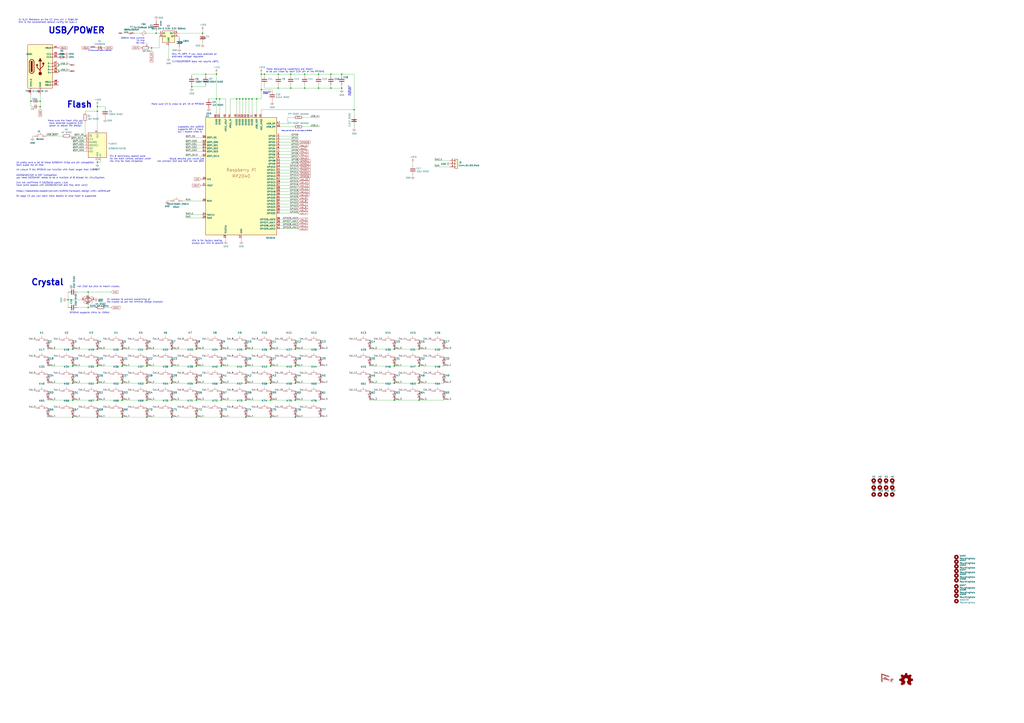
<source format=kicad_sch>
(kicad_sch (version 20231120) (generator "eeschema") (generator_version "8.0")
  (paper "A1")
  (junction (at 161.29 328.93))
  (junction (at 238.76 72.39))
  (junction (at 323.85 328.93))
  (junction (at 201.93 81.28))
  (junction (at 323.85 314.96))
  (junction (at 250.19 60.96))
  (junction (at 344.17 287.02))
  (junction (at 242.57 287.02))
  (junction (at 222.25 328.93))
  (junction (at 242.57 328.93))
  (junction (at 280.67 72.39))
  (junction (at 210.82 81.28))
  (junction (at 204.47 81.28))
  (junction (at 59.69 314.96))
  (junction (at 140.97 300.99))
  (junction (at 180.34 81.28))
  (junction (at 48.26 58.42))
  (junction (at 161.29 342.9))
  (junction (at 120.65 342.9))
  (junction (at 48.26 53.34))
  (junction (at 80.01 287.02))
  (junction (at 100.33 342.9))
  (junction (at 33.02 87.63))
  (junction (at 214.63 73.66))
  (junction (at 72.39 240.03))
  (junction (at 140.97 328.93))
  (junction (at 207.01 81.28))
  (junction (at 80.01 314.96))
  (junction (at 80.01 87.63))
  (junction (at 161.29 300.99))
  (junction (at 238.76 60.96))
  (junction (at 177.8 60.96))
  (junction (at 59.69 300.99))
  (junction (at 194.31 81.28))
  (junction (at 201.93 328.93))
  (junction (at 181.61 287.02))
  (junction (at 271.78 72.39))
  (junction (at 344.17 300.99))
  (junction (at 177.8 81.28))
  (junction (at 80.01 300.99))
  (junction (at 181.61 328.93))
  (junction (at 261.62 72.39))
  (junction (at 120.65 287.02))
  (junction (at 323.85 300.99))
  (junction (at 242.57 342.9))
  (junction (at 196.85 81.28))
  (junction (at 214.63 60.96))
  (junction (at 100.33 287.02))
  (junction (at 120.65 300.99))
  (junction (at 100.33 300.99))
  (junction (at 161.29 287.02))
  (junction (at 157.48 71.12))
  (junction (at 80.01 133.35))
  (junction (at 228.6 60.96))
  (junction (at 55.88 246.38))
  (junction (at 228.6 72.39))
  (junction (at 120.65 314.96))
  (junction (at 250.19 72.39))
  (junction (at 201.93 314.96))
  (junction (at 140.97 342.9))
  (junction (at 161.29 314.96))
  (junction (at 120.65 328.93))
  (junction (at 59.69 342.9))
  (junction (at 222.25 314.96))
  (junction (at 201.93 300.99))
  (junction (at 271.78 60.96))
  (junction (at 344.17 328.93))
  (junction (at 201.93 342.9))
  (junction (at 181.61 342.9))
  (junction (at 168.91 60.96))
  (junction (at 222.25 287.02))
  (junction (at 59.69 287.02))
  (junction (at 140.97 287.02))
  (junction (at 199.39 81.28))
  (junction (at 80.01 328.93))
  (junction (at 166.37 27.305))
  (junction (at 72.39 252.73))
  (junction (at 181.61 300.99))
  (junction (at 69.85 111.76))
  (junction (at 181.61 314.96))
  (junction (at 242.57 314.96))
  (junction (at 280.67 60.96))
  (junction (at 100.33 328.93))
  (junction (at 290.83 90.17))
  (junction (at 124.46 39.37))
  (junction (at 100.33 314.96))
  (junction (at 261.62 60.96))
  (junction (at 80.01 342.9))
  (junction (at 242.57 300.99))
  (junction (at 222.25 342.9))
  (junction (at 201.93 287.02))
  (junction (at 217.17 60.96))
  (junction (at 344.17 314.96))
  (junction (at 59.69 328.93))
  (junction (at 323.85 287.02))
  (junction (at 128.27 27.305))
  (junction (at 25.4 83.185))
  (junction (at 222.25 300.99))
  (junction (at 140.97 314.96))
  (junction (at 33.02 83.185))
  (junction (at 80.01 91.44))
  (wire (pts (xy 290.83 90.17) (xy 290.83 95.25)))
  (wire (pts (xy 177.8 81.28) (xy 171.45 81.28)))
  (wire (pts (xy 214.63 90.17) (xy 290.83 90.17)))
  (wire (pts (xy 100.33 287.02) (xy 120.65 287.02)))
  (wire (pts (xy 242.57 300.99) (xy 262.89 300.99)))
  (wire (pts (xy 55.88 246.38) (xy 54.61 246.38)))
  (wire (pts (xy 181.61 314.96) (xy 201.93 314.96)))
  (wire (pts (xy 25.4 83.185) (xy 25.4 87.63)))
  (wire (pts (xy 80.01 91.44) (xy 80.01 106.68)))
  (wire (pts (xy 166.37 24.765) (xy 166.37 27.305)))
  (wire (pts (xy 69.85 92.71) (xy 69.85 91.44)))
  (wire (pts (xy 69.85 124.46) (xy 59.69 124.46)))
  (wire (pts (xy 69.85 116.84) (xy 59.69 116.84)))
  (wire (pts (xy 229.87 121.92) (xy 245.11 121.92)))
  (wire (pts (xy 124.46 39.37) (xy 124.46 41.91)))
  (wire (pts (xy 120.65 300.99) (xy 140.97 300.99)))
  (wire (pts (xy 120.65 287.02) (xy 140.97 287.02)))
  (wire (pts (xy 86.36 96.52) (xy 86.36 97.79)))
  (wire (pts (xy 72.39 240.03) (xy 91.44 240.03)))
  (wire (pts (xy 39.37 300.99) (xy 59.69 300.99)))
  (wire (pts (xy 229.87 187.96) (xy 245.11 187.96)))
  (wire (pts (xy 222.25 328.93) (xy 242.57 328.93)))
  (wire (pts (xy 157.48 71.12) (xy 168.91 71.12)))
  (wire (pts (xy 214.63 60.96) (xy 214.63 73.66)))
  (wire (pts (xy 261.62 62.23) (xy 261.62 60.96)))
  (wire (pts (xy 229.87 167.64) (xy 245.11 167.64)))
  (wire (pts (xy 157.48 71.12) (xy 157.48 72.39)))
  (wire (pts (xy 236.22 96.52) (xy 236.22 101.6)))
  (wire (pts (xy 185.42 195.58) (xy 185.42 198.12)))
  (wire (pts (xy 80.01 314.96) (xy 100.33 314.96)))
  (wire (pts (xy 250.19 60.96) (xy 261.62 60.96)))
  (wire (pts (xy 80.01 328.93) (xy 100.33 328.93)))
  (wire (pts (xy 147.32 31.115) (xy 147.32 29.845)))
  (wire (pts (xy 185.42 93.98) (xy 185.42 81.28)))
  (wire (pts (xy 236.22 96.52) (xy 241.3 96.52)))
  (wire (pts (xy 48.26 57.15) (xy 48.26 58.42)))
  (wire (pts (xy 166.37 179.07) (xy 152.4 179.07)))
  (wire (pts (xy 185.42 81.28) (xy 180.34 81.28)))
  (wire (pts (xy 48.26 58.42) (xy 48.26 59.69)))
  (wire (pts (xy 39.37 314.96) (xy 59.69 314.96)))
  (wire (pts (xy 165.1 147.32) (xy 166.37 147.32)))
  (wire (pts (xy 344.17 287.02) (xy 364.49 287.02)))
  (wire (pts (xy 31.75 87.63) (xy 33.02 87.63)))
  (wire (pts (xy 222.25 314.96) (xy 242.57 314.96)))
  (wire (pts (xy 166.37 128.27) (xy 152.4 128.27)))
  (wire (pts (xy 128.27 27.305) (xy 130.81 27.305)))
  (wire (pts (xy 152.4 121.92) (xy 166.37 121.92)))
  (wire (pts (xy 261.62 60.96) (xy 271.78 60.96)))
  (wire (pts (xy 27.94 111.76) (xy 26.67 111.76)))
  (wire (pts (xy 290.83 60.96) (xy 280.67 60.96)))
  (wire (pts (xy 138.43 37.465) (xy 138.43 47.625)))
  (wire (pts (xy 229.87 104.14) (xy 241.3 104.14)))
  (wire (pts (xy 229.87 147.32) (xy 245.11 147.32)))
  (wire (pts (xy 181.61 300.99) (xy 201.93 300.99)))
  (wire (pts (xy 223.52 82.55) (xy 223.52 83.82)))
  (wire (pts (xy 242.57 314.96) (xy 262.89 314.96)))
  (wire (pts (xy 189.23 81.28) (xy 194.31 81.28)))
  (wire (pts (xy 356.87 137.16) (xy 369.57 137.16)))
  (wire (pts (xy 214.63 73.66) (xy 223.52 73.66)))
  (wire (pts (xy 194.31 93.98) (xy 194.31 81.28)))
  (wire (pts (xy 55.88 252.73) (xy 55.88 246.38)))
  (wire (pts (xy 303.53 328.93) (xy 323.85 328.93)))
  (wire (pts (xy 59.69 342.9) (xy 80.01 342.9)))
  (wire (pts (xy 48.26 58.42) (xy 57.15 58.42)))
  (wire (pts (xy 74.295 39.37) (xy 78.105 39.37)))
  (wire (pts (xy 229.87 139.7) (xy 245.11 139.7)))
  (wire (pts (xy 228.6 72.39) (xy 238.76 72.39)))
  (wire (pts (xy 33.02 77.47) (xy 33.02 83.185)))
  (wire (pts (xy 290.83 102.87) (xy 290.83 105.41)))
  (wire (pts (xy 152.4 116.84) (xy 166.37 116.84)))
  (wire (pts (xy 238.76 69.85) (xy 238.76 72.39)))
  (wire (pts (xy 120.65 27.305) (xy 128.27 27.305)))
  (wire (pts (xy 229.87 162.56) (xy 245.11 162.56)))
  (wire (pts (xy 140.97 328.93) (xy 161.29 328.93)))
  (wire (pts (xy 157.48 69.85) (xy 157.48 71.12)))
  (wire (pts (xy 26.67 83.185) (xy 25.4 83.185)))
  (wire (pts (xy 248.92 96.52) (xy 262.89 96.52)))
  (wire (pts (xy 80.01 287.02) (xy 100.33 287.02)))
  (wire (pts (xy 80.01 133.35) (xy 82.55 133.35)))
  (wire (pts (xy 140.97 287.02) (xy 161.29 287.02)))
  (wire (pts (xy 229.87 129.54) (xy 245.11 129.54)))
  (wire (pts (xy 59.69 287.02) (xy 80.01 287.02)))
  (wire (pts (xy 228.6 62.23) (xy 228.6 60.96)))
  (wire (pts (xy 80.01 300.99) (xy 100.33 300.99)))
  (wire (pts (xy 344.17 314.96) (xy 364.49 314.96)))
  (wire (pts (xy 271.78 60.96) (xy 271.78 62.23)))
  (wire (pts (xy 194.31 81.28) (xy 196.85 81.28)))
  (wire (pts (xy 147.32 40.005) (xy 147.32 38.735)))
  (wire (pts (xy 201.93 342.9) (xy 222.25 342.9)))
  (wire (pts (xy 177.8 60.96) (xy 177.8 81.28)))
  (wire (pts (xy 229.87 134.62) (xy 245.11 134.62)))
  (wire (pts (xy 161.29 314.96) (xy 181.61 314.96)))
  (wire (pts (xy 201.93 300.99) (xy 222.25 300.99)))
  (wire (pts (xy 201.93 93.98) (xy 201.93 81.28)))
  (wire (pts (xy 58.42 111.76) (xy 69.85 111.76)))
  (wire (pts (xy 189.23 93.98) (xy 189.23 81.28)))
  (wire (pts (xy 323.85 314.96) (xy 344.17 314.96)))
  (wire (pts (xy 157.48 60.96) (xy 168.91 60.96)))
  (wire (pts (xy 217.17 60.96) (xy 228.6 60.96)))
  (wire (pts (xy 228.6 60.96) (xy 238.76 60.96)))
  (wire (pts (xy 80.01 342.9) (xy 100.33 342.9)))
  (wire (pts (xy 180.34 81.28) (xy 177.8 81.28)))
  (wire (pts (xy 229.87 111.76) (xy 245.11 111.76)))
  (wire (pts (xy 58.42 114.3) (xy 69.85 114.3)))
  (wire (pts (xy 222.25 300.99) (xy 242.57 300.99)))
  (wire (pts (xy 229.87 182.88) (xy 245.11 182.88)))
  (wire (pts (xy 250.19 62.23) (xy 250.19 60.96)))
  (wire (pts (xy 242.57 287.02) (xy 262.89 287.02)))
  (wire (pts (xy 228.6 72.39) (xy 228.6 69.85)))
  (wire (pts (xy 229.87 144.78) (xy 245.11 144.78)))
  (wire (pts (xy 201.93 287.02) (xy 222.25 287.02)))
  (wire (pts (xy 344.17 328.93) (xy 364.49 328.93)))
  (wire (pts (xy 250.19 72.39) (xy 238.76 72.39)))
  (wire (pts (xy 26.67 111.76) (xy 26.67 113.03)))
  (wire (pts (xy 210.82 93.98) (xy 210.82 81.28)))
  (wire (pts (xy 59.69 314.96) (xy 80.01 314.96)))
  (wire (pts (xy 168.91 60.96) (xy 177.8 60.96)))
  (wire (pts (xy 217.17 69.85) (xy 217.17 72.39)))
  (wire (pts (xy 63.5 240.03) (xy 72.39 240.03)))
  (wire (pts (xy 217.17 62.23) (xy 217.17 60.96)))
  (wire (pts (xy 250.19 69.85) (xy 250.19 72.39)))
  (wire (pts (xy 229.87 124.46) (xy 245.11 124.46)))
  (wire (pts (xy 140.97 300.99) (xy 161.29 300.99)))
  (wire (pts (xy 229.87 154.94) (xy 245.11 154.94)))
  (wire (pts (xy 128.27 24.765) (xy 128.27 27.305)))
  (wire (pts (xy 229.87 132.08) (xy 245.11 132.08)))
  (wire (pts (xy 128.27 17.145) (xy 128.27 15.875)))
  (wire (pts (xy 120.65 314.96) (xy 140.97 314.96)))
  (wire (pts (xy 339.09 133.35) (xy 339.09 135.89)))
  (wire (pts (xy 229.87 185.42) (xy 245.11 185.42)))
  (wire (pts (xy 161.29 287.02) (xy 181.61 287.02)))
  (wire (pts (xy 161.29 342.9) (xy 181.61 342.9)))
  (wire (pts (xy 120.65 328.93) (xy 140.97 328.93)))
  (wire (pts (xy 78.74 252.73) (xy 72.39 252.73)))
  (wire (pts (xy 290.83 90.17) (xy 290.83 60.96)))
  (wire (pts (xy 303.53 314.96) (xy 323.85 314.96)))
  (wire (pts (xy 201.93 314.96) (xy 222.25 314.96)))
  (wire (pts (xy 139.7 165.1) (xy 137.16 165.1)))
  (wire (pts (xy 229.87 149.86) (xy 245.11 149.86)))
  (wire (pts (xy 229.87 114.3) (xy 245.11 114.3)))
  (wire (pts (xy 69.85 91.44) (xy 80.01 91.44)))
  (wire (pts (xy 229.87 180.34) (xy 245.11 180.34)))
  (wire (pts (xy 214.63 60.96) (xy 217.17 60.96)))
  (wire (pts (xy 149.86 165.1) (xy 166.37 165.1)))
  (wire (pts (xy 229.87 152.4) (xy 245.11 152.4)))
  (wire (pts (xy 199.39 81.28) (xy 201.93 81.28)))
  (wire (pts (xy 207.01 81.28) (xy 210.82 81.28)))
  (wire (pts (xy 199.39 93.98) (xy 199.39 81.28)))
  (wire (pts (xy 271.78 69.85) (xy 271.78 72.39)))
  (wire (pts (xy 217.17 72.39) (xy 228.6 72.39)))
  (wire (pts (xy 303.53 287.02) (xy 323.85 287.02)))
  (wire (pts (xy 168.91 62.23) (xy 168.91 60.96)))
  (wire (pts (xy 280.67 73.66) (xy 280.67 72.39)))
  (wire (pts (xy 130.81 29.845) (xy 130.81 39.37)))
  (wire (pts (xy 181.61 287.02) (xy 201.93 287.02)))
  (wire (pts (xy 196.85 81.28) (xy 199.39 81.28)))
  (wire (pts (xy 72.39 252.73) (xy 72.39 250.19)))
  (wire (pts (xy 229.87 142.24) (xy 245.11 142.24)))
  (wire (pts (xy 140.97 342.9) (xy 161.29 342.9)))
  (wire (pts (xy 204.47 81.28) (xy 207.01 81.28)))
  (wire (pts (xy 229.87 119.38) (xy 245.11 119.38)))
  (wire (pts (xy 323.85 328.93) (xy 344.17 328.93)))
  (wire (pts (xy 271.78 60.96) (xy 280.67 60.96)))
  (wire (pts (xy 198.12 195.58) (xy 198.12 198.12)))
  (wire (pts (xy 100.33 328.93) (xy 120.65 328.93)))
  (wire (pts (xy 261.62 69.85) (xy 261.62 72.39)))
  (wire (pts (xy 82.55 133.35) (xy 82.55 132.08)))
  (wire (pts (xy 48.26 53.34) (xy 48.26 54.61)))
  (wire (pts (xy 161.29 300.99) (xy 181.61 300.99)))
  (wire (pts (xy 242.57 342.9) (xy 262.89 342.9)))
  (wire (pts (xy 69.85 100.33) (xy 69.85 111.76)))
  (wire (pts (xy 323.85 300.99) (xy 344.17 300.99)))
  (wire (pts (xy 25.4 83.185) (xy 25.4 77.47)))
  (wire (pts (xy 201.93 328.93) (xy 222.25 328.93)))
  (wire (pts (xy 48.26 53.34) (xy 57.15 53.34)))
  (wire (pts (xy 39.37 328.93) (xy 59.69 328.93)))
  (wire (pts (xy 323.85 287.02) (xy 344.17 287.02)))
  (wire (pts (xy 177.8 81.28) (xy 177.8 93.98)))
  (wire (pts (xy 223.52 74.93) (xy 223.52 73.66)))
  (wire (pts (xy 152.4 124.46) (xy 166.37 124.46)))
  (wire (pts (xy 72.39 252.73) (xy 63.5 252.73)))
  (wire (pts (xy 80.01 87.63) (xy 80.01 91.44)))
  (wire (pts (xy 229.87 137.16) (xy 245.11 137.16)))
  (wire (pts (xy 181.61 328.93) (xy 201.93 328.93)))
  (wire (pts (xy 147.32 29.845) (xy 146.05 29.845)))
  (wire (pts (xy 222.25 342.9) (xy 242.57 342.9)))
  (wire (pts (xy 124.46 39.37) (xy 130.81 39.37)))
  (wire (pts (xy 33.02 83.185) (xy 33.02 87.63)))
  (wire (pts (xy 344.17 300.99) (xy 364.49 300.99)))
  (wire (pts (xy 152.4 119.38) (xy 166.37 119.38)))
  (wire (pts (xy 100.33 314.96) (xy 120.65 314.96)))
  (wire (pts (xy 229.87 116.84) (xy 245.11 116.84)))
  (wire (pts (xy 140.97 314.96) (xy 161.29 314.96)))
  (wire (pts (xy 229.87 170.18) (xy 245.11 170.18)))
  (wire (pts (xy 238.76 62.23) (xy 238.76 60.96)))
  (wire (pts (xy 100.33 27.305) (xy 105.41 27.305)))
  (wire (pts (xy 181.61 342.9) (xy 201.93 342.9)))
  (wire (pts (xy 229.87 175.26) (xy 245.11 175.26)))
  (wire (pts (xy 80.01 86.36) (xy 80.01 87.63)))
  (wire (pts (xy 229.87 157.48) (xy 245.11 157.48)))
  (wire (pts (xy 166.37 113.03) (xy 152.4 113.03)))
  (wire (pts (xy 280.67 60.96) (xy 280.67 62.23)))
  (wire (pts (xy 214.63 59.69) (xy 214.63 60.96)))
  (wire (pts (xy 55.88 246.38) (xy 55.88 240.03)))
  (wire (pts (xy 59.69 328.93) (xy 80.01 328.93)))
  (wire (pts (xy 248.92 104.14) (xy 262.89 104.14)))
  (wire (pts (xy 204.47 93.98) (xy 204.47 81.28)))
  (wire (pts (xy 196.85 93.98) (xy 196.85 81.28)))
  (wire (pts (xy 177.8 59.69) (xy 177.8 60.96)))
  (wire (pts (xy 238.76 60.96) (xy 250.19 60.96)))
  (wire (pts (xy 201.93 81.28) (xy 204.47 81.28)))
  (wire (pts (xy 55.88 246.38) (xy 67.31 246.38)))
  (wire (pts (xy 50.8 111.76) (xy 38.1 111.76)))
  (wire (pts (xy 229.87 160.02) (xy 245.11 160.02)))
  (wire (pts (xy 59.69 300.99) (xy 80.01 300.99)))
  (wire (pts (xy 72.39 242.57) (xy 72.39 240.03)))
  (wire (pts (xy 123.19 39.37) (xy 124.46 39.37)))
  (wire (pts (xy 271.78 72.39) (xy 280.67 72.39)))
  (wire (pts (xy 207.01 81.28) (xy 207.01 93.98)))
  (wire (pts (xy 157.48 62.23) (xy 157.48 60.96)))
  (wire (pts (xy 100.33 342.9) (xy 120.65 342.9)))
  (wire (pts (xy 271.78 72.39) (xy 261.62 72.39)))
  (wire (pts (xy 369.57 132.08) (xy 356.87 132.08)))
  (wire (pts (xy 48.26 52.07) (xy 48.26 53.34)))
  (wire (pts (xy 214.63 73.66) (xy 214.63 81.28)))
  (wire (pts (xy 210.82 81.28) (xy 214.63 81.28)))
  (wire (pts (xy 168.91 71.12) (xy 168.91 69.85)))
  (wire (pts (xy 80.01 133.35) (xy 80.01 134.62)))
  (wire (pts (xy 214.63 93.98) (xy 214.63 90.17)))
  (wire (pts (xy 229.87 127) (xy 245.11 127)))
  (wire (pts (xy 86.36 88.9) (xy 86.36 87.63)))
  (wire (pts (xy 166.37 176.53) (xy 152.4 176.53)))
  (wire (pts (xy 229.87 172.72) (xy 245.11 172.72)))
  (wire (pts (xy 280.67 69.85) (xy 280.67 72.39)))
  (wire (pts (xy 59.69 119.38) (xy 69.85 119.38)))
  (wire (pts (xy 261.62 72.39) (xy 250.19 72.39)))
  (wire (pts (xy 242.57 328.93) (xy 262.89 328.93)))
  (wire (pts (xy 86.36 252.73) (xy 91.44 252.73)))
  (wire (pts (xy 100.33 300.99) (xy 120.65 300.99)))
  (wire (pts (xy 31.75 83.185) (xy 33.02 83.185)))
  (wire (pts (xy 120.65 342.9) (xy 140.97 342.9)))
  (wire (pts (xy 166.37 152.4) (xy 165.1 152.4)))
  (wire (pts (xy 339.09 143.51) (xy 339.09 144.78)))
  (wire (pts (xy 110.49 27.305) (xy 115.57 27.305)))
  (wire (pts (xy 222.25 287.02) (xy 242.57 287.02)))
  (wire (pts (xy 33.02 89.535) (xy 33.02 87.63)))
  (wire (pts (xy 39.37 287.02) (xy 59.69 287.02)))
  (wire (pts (xy 166.37 34.925) (xy 166.37 36.195)))
  (wire (pts (xy 229.87 101.6) (xy 236.22 101.6)))
  (wire (pts (xy 80.01 133.35) (xy 80.01 132.08)))
  (wire (pts (xy 86.36 87.63) (xy 80.01 87.63)))
  (wire (pts (xy 229.87 165.1) (xy 245.11 165.1)))
  (wire (pts (xy 39.37 342.9) (xy 59.69 342.9)))
  (wire (pts (xy 69.85 121.92) (xy 59.69 121.92)))
  (wire (pts (xy 25.4 87.63) (xy 26.67 87.63)))
  (wire (pts (xy 180.34 93.98) (xy 180.34 81.28)))
  (wire (pts (xy 303.53 300.99) (xy 323.85 300.99)))
  (wire (pts (xy 146.05 27.305) (xy 166.37 27.305)))
  (wire (pts (xy 161.29 328.93) (xy 181.61 328.93)))
  (text "USB/POWER" (at 39.37 27.94 0) (effects (font (size 5.0038 5.0038) (thickness 1.0008) (bold yes)) (justify left bottom)))
  (text "GD25Q40CEIGR is NOT Compatible\nyou need GD25W16* needs to be a multiple of 8 atleast for circuitpython.\n\n(Ive not confirmed if GD25W16 works I just \nHave some boards with GD25Q40CEIGR and they dont work)" (at 13.335 153.035 0) (effects (font (size 1.27 1.27)) (justify left bottom)))
  (text "https://datasheets.raspberrypi.com/rp2040/hardware-design-with-rp2040.pdf\n\nOn page 13 you can learn more details of what flash is supported\n" (at 13.335 161.925 0) (effects (font (size 1.27 1.27)) (justify left bottom)))
  (text "Only fit cBP1 if you have selected an \nalternate voltage regulator\n\nTLV75533PDBVR does not require cBP1." (at 140.97 51.435 0) (effects (font (size 1.27 1.27) (italic yes)) (justify left bottom)))
  (text "Pin 9 technically doesnt exist\nits the main central contact under\nthe chip for heat dicipation" (at 90.17 133.35 0) (effects (font (size 1.27 1.27)) (justify left bottom)))
  (text "Make sure R3 and R4 are close to RP2040" (at 231.14 107.95 0) (effects (font (size 0.75 0.75)) (justify left bottom)))
  (text "this is for factory testing\nalways pull this to ground" (at 157.48 200.66 0) (effects (font (size 1.27 1.27)) (justify left bottom)))
  (text "Im unsure if the RP2040 can function with flash larger than 128Mb" (at 13.335 140.335 0) (effects (font (size 1.27 1.27)) (justify left bottom)))
  (text "Would assume you could just\nnot connect SD2 and SD3 for non QSPI" (at 167.894 133.35 0) (effects (font (size 1.27 1.27)) (justify right bottom)))
  (text "These decoupling capacitors are meant\nto be put close by each 3.3V pin of the RP2040" (at 218.44 59.69 0) (effects (font (size 1.27 1.27)) (justify left bottom)))
  (text "Flash" (at 54.61 88.9 0) (effects (font (size 5.0038 5.0038) (thickness 1.0008) (bold yes)) (justify left bottom)))
  (text "D1 NEEDS to be 0omh resistor or 1N4002 diode" (at 72.39 41.91 0) (effects (font (size 0.508 0.508)) (justify left bottom)))
  (text "Im pretty sure a lot of these W25QXXX Chips are pin compatible\nDont quote me on that" (at 13.335 136.525 0) (effects (font (size 1.27 1.27)) (justify left bottom)))
  (text "not 22pf but pick to match crystal." (at 63.5 236.22 0) (effects (font (size 1.27 1.27)) (justify left bottom)))
  (text "2x 5.1K Resistors on the CC pins will = 5V@1.5A\nthis is the recomended default config for type-c" (at 15.24 19.05 0) (effects (font (size 1.27 1.27)) (justify left bottom)))
  (text "suposedly the rp2040\nsupports SPI-2 flash\nbut I havent tried it.\n" (at 146.05 109.22 0) (effects (font (size 1.27 1.27)) (justify left bottom)))
  (text "1K resistor to prevent overdriving of \nthe crystal as per the minimal design example" (at 87.63 248.92 0) (effects (font (size 1.27 1.27)) (justify left bottom)))
  (text "RP2040 supports 1MHz to 15MHz" (at 57.15 257.81 0) (effects (font (size 1.27 1.27)) (justify left bottom)))
  (text "Make sure the flash chip you\n have selected supports 3.3V\n power or adjust the design." (at 39.37 104.14 0) (effects (font (size 1.27 1.27)) (justify left bottom)))
  (text "MAKE SURE THIS LINE \nis ran off of pin43\nor close to pin43" (at 288.29 78.74 90) (effects (font (size 0.5 0.5)) (justify left bottom)))
  (text "Crystal" (at 25.4 234.95 0) (effects (font (size 5.0038 5.0038) (thickness 1.0008) (bold yes)) (justify left bottom)))
  (text "500mA hold current\n1A trip\n6V trip" (at 118.745 36.195 0) (effects (font (size 1.27 1.27)) (justify right bottom)))
  (text "Make sure C3 is close to pin 45 of RP2040" (at 167.64 86.36 0) (effects (font (size 1.27 1.27)) (justify right bottom)))
  (text "Make sure C10 is\nclose to pin 44\nof RP2040\n" (at 215.9 77.47 0) (effects (font (size 0.5 0.5)) (justify left bottom)))
  (label "Row_3" (at 100.33 328.93 0))
  (label "Row_0" (at 364.49 287.02 0))
  (label "Row_3" (at 181.61 328.93 0))
  (label "GPIO11" (at 245.11 139.7 180))
  (label "GPIO9" (at 245.11 134.62 180))
  (label "Row_3" (at 262.89 328.93 0))
  (label "Col_2" (at 69.85 335.28 180))
  (label "Col_3" (at 90.17 335.28 180))
  (label "Col_7" (at 171.45 279.4 180))
  (label "Col_1" (at 49.53 307.34 180))
  (label "Row_4" (at 80.01 342.9 0))
  (label "Col_12" (at 293.37 321.31 180))
  (label "Row_2" (at 262.89 314.96 0))
  (label "Row_2" (at 364.49 314.96 0))
  (label "Col_3" (at 90.17 293.37 180))
  (label "Col_5" (at 130.81 293.37 180))
  (label "GPIO27_ADC1" (at 245.11 182.88 180))
  (label "Row_4" (at 100.33 342.9 0))
  (label "Col_0" (at 29.21 279.4 180))
  (label "Row_4" (at 120.65 342.9 0))
  (label "QSPI_SS" (at 152.4 113.03 0))
  (label "GPIO3" (at 245.11 119.38 180))
  (label "~{USB_BOOT}" (at 38.1 111.76 0))
  (label "GPIO2" (at 245.11 116.84 180))
  (label "Col_14" (at 334.01 307.34 180))
  (label "Row_4" (at 181.61 342.9 0))
  (label "Col_1" (at 49.53 279.4 180))
  (label "GPIO6" (at 245.11 127 180))
  (label "Row_3" (at 364.49 328.93 0))
  (label "VBUS" (at 74.295 39.37 0) (effects (font (size 0.9906 0.9906))))
  (label "Col_10" (at 232.41 321.31 180))
  (label "Row_0" (at 140.97 287.02 0))
  (label "Row_1" (at 201.93 300.99 0))
  (label "Col_10" (at 232.41 293.37 180))
  (label "QSPI_SS" (at 60.96 111.76 0))
  (label "Row_3" (at 344.17 328.93 0))
  (label "Row_4" (at 161.29 342.9 0))
  (label "Col_8" (at 191.77 307.34 180))
  (label "GPIO28_ADC2" (at 245.11 185.42 180))
  (label "QSPI_SD3" (at 152.4 124.46 0))
  (label "Col_8" (at 191.77 279.4 180))
  (label "Col_7" (at 171.45 335.28 180))
  (label "Row_2" (at 39.37 314.96 0))
  (label "Col_9" (at 212.09 321.31 180))
  (label "GPIO8" (at 245.11 132.08 180))
  (label "Col_4" (at 110.49 321.31 180))
  (label "Row_3" (at 39.37 328.93 0))
  (label "Col_10" (at 232.41 335.28 180))
  (label "Col_0" (at 29.21 307.34 180))
  (label "SWCLK" (at 152.4 176.53 0))
  (label "Col_9" (at 212.09 335.28 180))
  (label "GPIO26_ADC0" (at 245.11 180.34 180))
  (label "Col_14" (at 334.01 279.4 180))
  (label "Row_2" (at 80.01 314.96 0))
  (label "Col_4" (at 110.49 335.28 180))
  (label "Col_14" (at 334.01 321.31 180))
  (label "Row_3" (at 201.93 328.93 0))
  (label "Col_1" (at 49.53 293.37 180))
  (label "GPIO0" (at 245.11 111.76 180))
  (label "Col_12" (at 293.37 279.4 180))
  (label "Row_2" (at 344.17 314.96 0))
  (label "Row_4" (at 222.25 342.9 0))
  (label "Col_5" (at 130.81 279.4 180))
  (label "Row_1" (at 262.89 300.99 0))
  (label "Row_2" (at 303.53 314.96 0))
  (label "Col_10" (at 232.41 279.4 180))
  (label "Col_0" (at 29.21 321.31 180))
  (label "Col_11" (at 252.73 321.31 180))
  (label "Col_5" (at 130.81 321.31 180))
  (label "Row_4" (at 242.57 342.9 0))
  (label "Row_2" (at 201.93 314.96 0))
  (label "Row_4" (at 140.97 342.9 0))
  (label "Row_3" (at 303.53 328.93 0))
  (label "Row_0" (at 161.29 287.02 0))
  (label "Row_1" (at 344.17 300.99 0))
  (label "Col_13" (at 313.69 293.37 180))
  (label "Row_0" (at 39.37 287.02 0))
  (label "VSYS" (at 101.6 27.305 0) (effects (font (size 0.9906 0.9906))))
  (label "GPIO20" (at 245.11 162.56 180))
  (label "GPIO14" (at 245.11 147.32 180))
  (label "Col_13" (at 313.69 321.31 180))
  (label "Col_8" (at 191.77 335.28 180))
  (label "Row_1" (at 59.69 300.99 0))
  (label "Row_2" (at 222.25 314.96 0))
  (label "Col_8" (at 191.77 321.31 180))
  (label "SWD" (at 356.87 137.16 0))
  (label "Row_0" (at 100.33 287.02 0))
  (label "Row_2" (at 59.69 314.96 0))
  (label "Col_5" (at 130.81 335.28 180))
  (label "Col_15" (at 354.33 293.37 180))
  (label "Col_7" (at 171.45 307.34 180))
  (label "Row_3" (at 242.57 328.93 0))
  (label "Col_11" (at 252.73 279.4 180))
  (label "QSPI_SD1" (at 59.69 119.38 0))
  (label "QSPI_SD3" (at 59.69 124.46 0))
  (label "Col_1" (at 49.53 321.31 180))
  (label "USB_D-" (at 262.89 104.14 180))
  (label "GPIO7" (at 245.11 129.54 180))
  (label "Col_2" (at 69.85 293.37 180))
  (label "GPIO17" (at 245.11 154.94 180))
  (label "Row_4" (at 59.69 342.9 0))
  (label "Row_1" (at 100.33 300.99 0))
  (label "Col_6" (at 151.13 307.34 180))
  (label "GPIO22" (at 245.11 167.64 180))
  (label "Col_8" (at 191.77 293.37 180))
  (label "Col_6" (at 151.13 321.31 180))
  (label "RUN" (at 152.4 165.1 0))
  (label "Row_0" (at 303.53 287.02 0))
  (label "QSPI_SD0" (at 152.4 116.84 0))
  (label "Col_12" (at 293.37 307.34 180))
  (label "Row_0" (at 242.57 287.02 0))
  (label "Row_1" (at 181.61 300.99 0))
  (label "USB_D-" (at 49.53 53.34 0))
  (label "Col_15" (at 354.33 279.4 180))
  (label "Row_1" (at 222.25 300.99 0))
  (label "Col_14" (at 334.01 293.37 180))
  (label "Col_13" (at 313.69 307.34 180))
  (label "SWD" (at 152.4 179.07 0))
  (label "QSPI_SD2" (at 59.69 121.92 0))
  (label "Row_3" (at 120.65 328.93 0))
  (label "Col_5" (at 130.81 307.34 180))
  (label "Row_2" (at 100.33 314.96 0))
  (label "Row_0" (at 80.01 287.02 0))
  (label "GPIO23" (at 245.11 170.18 180))
  (label "Col_11" (at 252.73 293.37 180))
  (label "Row_2" (at 161.29 314.96 0))
  (label "Row_0" (at 181.61 287.02 0))
  (label "Col_10" (at 232.41 307.34 180))
  (label "GPIO15" (at 245.11 149.86 180))
  (label "Col_13" (at 313.69 279.4 180))
  (label "Col_3" (at 90.17 307.34 180))
  (label "Col_15" (at 354.33 321.31 180))
  (label "GPIO13" (at 245.11 144.78 180))
  (label "SWCLK" (at 356.87 132.08 0))
  (label "Row_3" (at 140.97 328.93 0))
  (label "GPIO19" (at 245.11 160.02 180))
  (label "Row_4" (at 39.37 342.9 0))
  (label "GPIO10" (at 245.11 137.16 180))
  (label "USB_D+" (at 262.89 96.52 180))
  (label "Row_0" (at 323.85 287.02 0))
  (label "Row_1" (at 242.57 300.99 0))
  (label "QSPI_SCLK" (at 58.42 114.3 0))
  (label "USB_D+" (at 49.53 58.42 0))
  (label "Col_2" (at 69.85 307.34 180))
  (label "Col_11" (at 252.73 335.28 180))
  (label "Row_3" (at 59.69 328.93 0))
  (label "Col_3" (at 90.17 321.31 180))
  (label "Row_2" (at 140.97 314.96 0))
  (label "Col_9" (at 212.09 307.34 180))
  (label "Row_1" (at 39.37 300.99 0))
  (label "Row_1" (at 120.65 300.99 0))
  (label "Col_15" (at 354.33 307.34 180))
  (label "Row_1" (at 323.85 300.99 0))
  (label "Col_0" (at 29.21 293.37 180))
  (label "Row_3" (at 80.01 328.93 0))
  (label "Row_1" (at 80.01 300.99 0))
  (label "Col_4" (at 110.49 307.34 180))
  (label "QSPI_SD1" (at 152.4 119.38 0))
  (label "Row_4" (at 262.89 342.9 0))
  (label "Row3" (at 222.25 328.93 0))
  (label "QSPI_SCLK" (at 152.4 128.27 0))
  (label "Row_1" (at 303.53 300.99 0))
  (label "Col_7" (at 171.45 321.31 180))
  (label "Row_2" (at 323.85 314.96 0))
  (label "Col_7" (at 171.45 293.37 180))
  (label "Col_4" (at 110.49 279.4 180))
  (label "GPIO16" (at 245.11 152.4 180))
  (label "Row_3" (at 323.85 328.93 0))
  (label "Col_12" (at 293.37 293.37 180))
  (label "Col_11" (at 252.73 307.34 180))
  (label "GPIO29_ADC3" (at 245.11 187.96 180))
  (label "Col_9" (at 212.09 279.4 180))
  (label "Col_2" (at 69.85 321.31 180))
  (label "Row_2" (at 242.57 314.96 0))
  (label "GPIO18" (at 245.11 157.48 180))
  (label "QSPI_SD2" (at 152.4 121.92 0))
  (label "Col_6" (at 151.13 335.28 180))
  (label "Row_0" (at 344.17 287.02 0))
  (label "Col_1" (at 49.53 335.28 180))
  (label "Col_0" (at 29.21 335.28 180))
  (label "Row_2" (at 120.65 314.96 0))
  (label "Col_6" (at 151.13 293.37 180))
  (label "GPIO12" (at 245.11 142.24 180))
  (label "GPIO5" (at 245.11 124.46 180))
  (label "Col_4" (at 110.49 293.37 180))
  (label "Col_6" (at 151.13 279.4 180))
  (label "Row_0" (at 262.89 287.02 0))
  (label "Row_0" (at 201.93 287.02 0))
  (label "GPIO1" (at 245.11 114.3 180))
  (label "Row_1" (at 161.29 300.99 0))
  (label "Row_2" (at 181.61 314.96 0))
  (label "Row_3" (at 161.29 328.93 0))
  (label "GPIO21" (at 245.11 165.1 180))
  (label "Row_1" (at 140.97 300.99 0))
  (label "GPIO24" (at 245.11 172.72 180))
  (label "Row_0" (at 222.25 287.02 0))
  (label "Col_9" (at 212.09 293.37 180))
  (label "Row_0" (at 120.65 287.02 0))
  (label "QSPI_SD0" (at 59.69 116.84 0))
  (label "Row_0" (at 59.69 287.02 0))
  (label "GPIO25" (at 245.11 175.26 180))
  (label "Col_3" (at 90.17 279.4 180))
  (label "GPIO4" (at 245.11 121.92 180))
  (label "Row_1" (at 364.49 300.99 0))
  (label "Row_4" (at 201.93 342.9 0))
  (label "Col_2" (at 69.85 279.4 180))
  (global_label "VSYS" (shape input) (at 85.725 39.37 0) (effects (font (size 1.2 1.2))) (property "Intersheetrefs" "${INTERSHEET_REFS}" (effects (hide yes))))
  (global_label "col_0" (shape input) (at 245.11 187.96 0) (property "Intersheetrefs" "${INTERSHEET_REFS}" (effects (hide yes))))
  (global_label "row_4" (shape input) (at 245.11 119.38 0) (property "Intersheetrefs" "${INTERSHEET_REFS}" (effects (hide yes))))
  (global_label "SPARE8" (shape input) (at 245.11 116.84 0) (property "Intersheetrefs" "${INTERSHEET_REFS}" (effects (hide yes))))
  (global_label "SPARE1" (shape input) (at 245.11 132.08 0) (property "Intersheetrefs" "${INTERSHEET_REFS}" (effects (hide yes))))
  (global_label "col_15" (shape input) (at 245.11 147.32 0) (property "Intersheetrefs" "${INTERSHEET_REFS}" (effects (hide yes))))
  (global_label "GND" (shape input) (at 33.02 89.535 270) (property "Intersheetrefs" "${INTERSHEET_REFS}" (effects (hide yes))))
  (global_label "USB_D-" (shape input) (at 57.15 53.34 0) (effects (font (size 0.508 0.508))) (property "Intersheetrefs" "${INTERSHEET_REFS}" (effects (hide yes))))
  (global_label "row_2" (shape input) (at 245.11 124.46 0) (property "Intersheetrefs" "${INTERSHEET_REFS}" (effects (hide yes))))
  (global_label "col_4" (shape input) (at 245.11 175.26 0) (property "Intersheetrefs" "${INTERSHEET_REFS}" (effects (hide yes))))
  (global_label "VBUS" (shape input) (at 48.26 39.37 0) (effects (font (size 1.2 1.2))) (property "Intersheetrefs" "${INTERSHEET_REFS}" (effects (hide yes))))
  (global_label "XIN" (shape input) (at 165.1 147.32 180) (property "Intersheetrefs" "${INTERSHEET_REFS}" (effects (hide yes))))
  (global_label "VSYS" (shape input) (at 115.57 39.37 180) (property "Intersheetrefs" "${INTERSHEET_REFS}" (effects (hide yes))))
  (global_label "VBUS" (shape input) (at 74.295 39.37 180) (effects (font (size 1.2 1.2))) (property "Intersheetrefs" "${INTERSHEET_REFS}" (effects (hide yes))))
  (global_label "row_1" (shape input) (at 245.11 127 0) (property "Intersheetrefs" "${INTERSHEET_REFS}" (effects (hide yes))))
  (global_label "SPARE6" (shape input) (at 245.11 144.78 0) (property "Intersheetrefs" "${INTERSHEET_REFS}" (effects (hide yes))))
  (global_label "SPARE4" (shape input) (at 245.11 139.7 0) (property "Intersheetrefs" "${INTERSHEET_REFS}" (effects (hide yes))))
  (global_label "col_14" (shape input) (at 245.11 149.86 0) (property "Intersheetrefs" "${INTERSHEET_REFS}" (effects (hide yes))))
  (global_label "col_5" (shape input) (at 245.11 172.72 0) (property "Intersheetrefs" "${INTERSHEET_REFS}" (effects (hide yes))))
  (global_label "col_13" (shape input) (at 245.11 152.4 0) (property "Intersheetrefs" "${INTERSHEET_REFS}" (effects (hide yes))))
  (global_label "col_8" (shape input) (at 245.11 165.1 0) (property "Intersheetrefs" "${INTERSHEET_REFS}" (effects (hide yes))))
  (global_label "col_7" (shape input) (at 245.11 167.64 0) (property "Intersheetrefs" "${INTERSHEET_REFS}" (effects (hide yes))))
  (global_label "SPARE2" (shape input) (at 245.11 134.62 0) (property "Intersheetrefs" "${INTERSHEET_REFS}" (effects (hide yes))))
  (global_label "col_6" (shape input) (at 245.11 170.18 0) (property "Intersheetrefs" "${INTERSHEET_REFS}" (effects (hide yes))))
  (global_label "col_3" (shape input) (at 245.11 180.34 0) (property "Intersheetrefs" "${INTERSHEET_REFS}" (effects (hide yes))))
  (global_label "row_0" (shape input) (at 245.11 129.54 0) (property "Intersheetrefs" "${INTERSHEET_REFS}" (effects (hide yes))))
  (global_label "VSYS" (shape input) (at 100.33 27.305 180) (effects (font (size 0.508 0.508))) (property "Intersheetrefs" "${INTERSHEET_REFS}" (effects (hide yes))))
  (global_label "col_9" (shape input) (at 245.11 162.56 0) (property "Intersheetrefs" "${INTERSHEET_REFS}" (effects (hide yes))))
  (global_label "XIN" (shape input) (at 91.44 240.03 0) (property "Intersheetrefs" "${INTERSHEET_REFS}" (effects (hide yes))))
  (global_label "SPARE3" (shape input) (at 245.11 137.16 0) (property "Intersheetrefs" "${INTERSHEET_REFS}" (effects (hide yes))))
  (global_label "3V3_EN" (shape input) (at 124.46 41.91 270) (property "Intersheetrefs" "${INTERSHEET_REFS}" (effects (hide yes))))
  (global_label "col_1" (shape input) (at 245.11 185.42 0) (property "Intersheetrefs" "${INTERSHEET_REFS}" (effects (hide yes))))
  (global_label "col_11" (shape input) (at 245.11 157.48 0) (property "Intersheetrefs" "${INTERSHEET_REFS}" (effects (hide yes))))
  (global_label "col_10" (shape input) (at 245.11 160.02 0) (property "Intersheetrefs" "${INTERSHEET_REFS}" (effects (hide yes))))
  (global_label "row3" (shape input) (at 245.11 121.92 0) (property "Intersheetrefs" "${INTERSHEET_REFS}" (effects (hide yes))))
  (global_label "XOUT" (shape input) (at 91.44 252.73 0) (property "Intersheetrefs" "${INTERSHEET_REFS}" (effects (hide yes))))
  (global_label "USB_D+" (shape input) (at 57.15 58.42 0) (effects (font (size 0.508 0.508))) (property "Intersheetrefs" "${INTERSHEET_REFS}" (effects (hide yes))))
  (global_label "col_12" (shape input) (at 245.11 154.94 0) (property "Intersheetrefs" "${INTERSHEET_REFS}" (effects (hide yes))))
  (global_label "col_2" (shape input) (at 245.11 182.88 0) (property "Intersheetrefs" "${INTERSHEET_REFS}" (effects (hide yes))))
  (global_label "SPARE5" (shape input) (at 245.11 142.24 0) (property "Intersheetrefs" "${INTERSHEET_REFS}" (effects (hide yes))))
  (global_label "XOUT" (shape input) (at 165.1 152.4 180) (property "Intersheetrefs" "${INTERSHEET_REFS}" (effects (hide yes))))
  (symbol (lib_id "MCU_RaspberryPi_RP2040:RP2040") (at 198.12 144.78 0) (unit 1)
    (property "Reference" "U3" (at 170.18 95.25 0))
    (property "Value" "RP2040" (at 222.25 195.58 0))
    (property "Footprint" "RP2040_minimal:RP2040-QFN-56" (effects (hide yes)))
    (property "LCSC" " C2040" (effects (hide yes)))
  )
  (symbol (lib_id "Device:C") (at 59.69 240.03 90) (unit 1)
    (property "Reference" "C2" (at 58.5216 237.109 0) (effects (justify left)))
    (property "Value" "22pf 0402" (at 60.833 237.109 0) (effects (justify left)))
    (property "Footprint" "Capacitor_SMD:C_0402_1005Metric" (effects (hide yes)))
    (property "LCSC" " " (effects (hide yes)))
  )
  (symbol (lib_id "josh-connector:USB_C_U262-161N-4BVC11") (at 33.02 54.61 0) (unit 1)
    (property "Reference" "USB1" (at 26.67 44.45 0) (effects (justify right)))
    (property "Value" "TYPE-C-31-M-14" (at 39.37 74.93 0) (effects (justify right)))
    (property "Footprint" "josh-connectors:USB_C_TYPE-C-31-M-14" (effects (hide yes)))
    (property "Datasheet" "https://datasheet.lcsc.com/szlcsc/1811141824_XKB-Enterprise-U262-161N-4BVC11_C319148.pdf" (effects (hide yes)))
    (property "LCSC" "C319148" (effects (hide yes)))
    (property "MPN" "U262-161N-4BVC11" (effects (hide yes)))
    (property "Manufacturer" "XKB Enterprise" (effects (hide yes)))
  )
  (symbol (lib_id "power:GND") (at 198.12 198.12 0) (unit 1)
    (property "Reference" "#PWR016" (effects (hide yes)))
    (property "Value" "GND" (at 198.247 202.5142 0))
  )
  (symbol (lib_id "power:GND") (at 185.42 198.12 0) (unit 1)
    (property "Reference" "#PWR015" (effects (hide yes)))
    (property "Value" "GND" (at 185.547 202.5142 0))
  )
  (symbol (lib_id "Device:R") (at 245.11 96.52 270) (unit 1)
    (property "Reference" "R3" (at 245.11 96.52 90))
    (property "Value" "27r 0402 resistor" (at 245.11 93.5736 90))
    (property "Footprint" "Resistor_SMD:R_0402_1005Metric" (effects (hide yes)))
    (property "LCSC" " " (effects (hide yes)))
  )
  (symbol (lib_id "Device:R") (at 245.11 104.14 270) (unit 1)
    (property "Reference" "R4" (at 245.11 104.14 90))
    (property "Value" "27r 0402 resistor" (at 245.11 101.1936 90))
    (property "Footprint" "Resistor_SMD:R_0402_1005Metric" (effects (hide yes)))
    (property "LCSC" " " (effects (hide yes)))
  )
  (symbol (lib_id "power:+3V3") (at 214.63 59.69 0) (unit 1)
    (property "Reference" "#PWR017" (effects (hide yes)))
    (property "Value" "+3V3" (at 215.011 55.2958 0))
  )
  (symbol (lib_id "power:+1V1") (at 177.8 59.69 0) (unit 1)
    (property "Reference" "#PWR014" (effects (hide yes)))
    (property "Value" "+1V1" (at 178.181 55.2958 0))
  )
  (symbol (lib_id "Device:C") (at 217.17 66.04 0) (unit 1)
    (property "Reference" "C11" (at 220.091 64.8716 0) (effects (justify left)))
    (property "Value" "100nf 0402" (effects (hide yes)))
    (property "Footprint" "Capacitor_SMD:C_0402_1005Metric" (effects (hide yes)))
    (property "LCSC" " " (effects (hide yes)))
  )
  (symbol (lib_id "Device:C") (at 157.48 66.04 0) (unit 1)
    (property "Reference" "C6" (at 160.401 64.8716 0) (effects (justify left)))
    (property "Value" "100nf 0402" (at 160.401 67.183 0) (effects (justify left)))
    (property "Footprint" "Capacitor_SMD:C_0402_1005Metric" (effects (hide yes)))
    (property "LCSC" " " (effects (hide yes)))
  )
  (symbol (lib_id "Device:C") (at 168.91 66.04 0) (unit 1)
    (property "Reference" "C7" (at 171.831 64.8716 0) (effects (justify left)))
    (property "Value" "100nf 0402" (at 171.831 67.183 0) (effects (justify left)))
    (property "Footprint" "Capacitor_SMD:C_0402_1005Metric" (effects (hide yes)))
    (property "LCSC" " " (effects (hide yes)))
  )
  (symbol (lib_id "Device:C") (at 223.52 78.74 0) (unit 1)
    (property "Reference" "C10" (at 226.441 77.5716 0) (effects (justify left)))
    (property "Value" "2.2uF 0402" (at 226.441 79.883 0) (effects (justify left)))
    (property "Footprint" "Capacitor_SMD:C_0402_1005Metric" (effects (hide yes)))
    (property "LCSC" " " (effects (hide yes)))
  )
  (symbol (lib_id "power:GND") (at 157.48 72.39 0) (unit 1)
    (property "Reference" "#PWR012" (effects (hide yes)))
    (property "Value" "GND" (at 157.607 76.7842 0))
  )
  (symbol (lib_id "power:GND") (at 223.52 83.82 0) (unit 1)
    (property "Reference" "#PWR018" (effects (hide yes)))
    (property "Value" "GND" (at 223.647 88.2142 0))
  )
  (symbol (lib_id "power:+3V3") (at 166.37 24.765 0) (unit 1)
    (property "Reference" "#PWR09" (effects (hide yes)))
    (property "Value" "+3V3" (at 166.751 20.3708 0))
  )
  (symbol (lib_id "Device:C") (at 128.27 20.955 180) (unit 1)
    (property "Reference" "C1" (at 125.73 20.955 0) (effects (justify left)))
    (property "Value" "10uf 0402" (at 132.08 17.145 90) (effects (font (size 0.508 0.508)) (justify left)))
    (property "Footprint" "Capacitor_SMD:C_0402_1005Metric" (effects (hide yes)))
    (property "LCSC" " " (effects (hide yes)))
  )
  (symbol (lib_id "power:+3V3") (at 339.09 133.35 0) (unit 1)
    (property "Reference" "#PWR024" (effects (hide yes)))
    (property "Value" "+3V3" (at 339.471 128.9558 0))
  )
  (symbol (lib_id "Device:C") (at 339.09 139.7 0) (unit 1)
    (property "Reference" "C17" (at 342.011 138.5316 0) (effects (justify left)))
    (property "Value" "10uf 0402" (at 342.011 140.843 0) (effects (justify left)))
    (property "Footprint" "Capacitor_SMD:C_0402_1005Metric" (effects (hide yes)))
    (property "LCSC" " " (effects (hide yes)))
  )
  (symbol (lib_id "power:GND") (at 339.09 144.78 0) (unit 1)
    (property "Reference" "#PWR025" (effects (hide yes)))
    (property "Value" "GND" (at 335.28 146.05 0))
  )
  (symbol (lib_id "logo:LOGO") (at 728.98 557.53 0) (unit 1)
    (property "Reference" "#G1" (effects (hide yes)))
    (property "Value" "LOGO" (effects (hide yes)))
    (property "Footprint" "EnvExtras:logo" (effects (hide yes)))
  )
  (symbol (lib_id "power:GND") (at 171.45 88.9 0) (unit 1)
    (property "Reference" "#PWR06" (effects (hide yes)))
    (property "Value" "GND" (at 171.577 93.2942 0))
  )
  (symbol (lib_id "Device:C") (at 171.45 85.09 0) (unit 1)
    (property "Reference" "C3" (at 174.371 83.9216 0) (effects (justify left)))
    (property "Value" "1uf 0402" (at 174.371 86.233 0) (effects (justify left)))
    (property "Footprint" "Capacitor_SMD:C_0402_1005Metric" (effects (hide yes)))
    (property "LCSC" " " (effects (hide yes)))
  )
  (symbol (lib_id "Graphic:Logo_Open_Hardware_Small") (at 744.22 558.8 0) (unit 1)
    (property "Reference" "#LOGO1" (effects (hide yes)))
    (property "Value" "Logo_Open_Hardware_Small" (effects (hide yes)))
    (property "Footprint" "EnvExtras:logo" (effects (hide yes)))
  )
  (symbol (lib_id "Device:R") (at 119.38 39.37 270) (unit 1)
    (property "Reference" "R7" (at 120.65 35.56 0) (effects (justify left)))
    (property "Value" "100K 0402" (at 116.84 41.91 90) (effects (font (size 0.762 0.762)) (justify left)))
    (property "Footprint" "Resistor_SMD:R_0402_1005Metric" (effects (hide yes)))
    (property "LCSC" " " (effects (hide yes)))
  )
  (symbol (lib_id "Device:C") (at 228.6 66.04 0) (unit 1)
    (property "Reference" "C8" (at 231.521 64.8716 0) (effects (justify left)))
    (property "Value" "100nf 0402" (effects (hide yes)))
    (property "Footprint" "Capacitor_SMD:C_0402_1005Metric" (effects (hide yes)))
    (property "LCSC" " " (effects (hide yes)))
  )
  (symbol (lib_id "Device:C") (at 261.62 66.04 0) (unit 1)
    (property "Reference" "C15" (at 264.541 64.8716 0) (effects (justify left)))
    (property "Value" "100nf 0402" (effects (hide yes)))
    (property "Footprint" "Capacitor_SMD:C_0402_1005Metric" (effects (hide yes)))
    (property "LCSC" " " (effects (hide yes)))
  )
  (symbol (lib_id "Device:C") (at 250.19 66.04 0) (unit 1)
    (property "Reference" "C14" (at 253.111 64.8716 0) (effects (justify left)))
    (property "Value" "100nf 0402" (effects (hide yes)))
    (property "Footprint" "Capacitor_SMD:C_0402_1005Metric" (effects (hide yes)))
    (property "LCSC" " " (effects (hide yes)))
  )
  (symbol (lib_id "Device:C") (at 238.76 66.04 0) (unit 1)
    (property "Reference" "C13" (at 241.681 64.8716 0) (effects (justify left)))
    (property "Value" "100nf 0402" (effects (hide yes)))
    (property "Footprint" "Capacitor_SMD:C_0402_1005Metric" (effects (hide yes)))
    (property "LCSC" " " (effects (hide yes)))
  )
  (symbol (lib_id "power:GND") (at 280.67 73.66 0) (unit 1)
    (property "Reference" "#PWR08" (effects (hide yes)))
    (property "Value" "GND" (at 280.797 78.0542 0))
  )
  (symbol (lib_id "Device:R_Small") (at 50.8 46.99 270) (unit 1)
    (property "Reference" "R6" (at 50.8 44.45 90))
    (property "Value" "5.1K 0402" (at 50.8 46.99 90) (effects (font (size 0.508 0.508))))
    (property "Footprint" "Resistor_SMD:R_0805_2012Metric" (effects (hide yes)))
    (property "LCSC" " " (effects (hide yes)))
  )
  (symbol (lib_id "Device:R_Small") (at 50.8 44.45 270) (unit 1)
    (property "Reference" "R5" (at 50.8 41.91 90))
    (property "Value" "5.1K 0402" (at 50.8 44.45 90) (effects (font (size 0.508 0.508))))
    (property "Footprint" "Resistor_SMD:R_0805_2012Metric" (effects (hide yes)))
    (property "LCSC" " " (effects (hide yes)))
  )
  (symbol (lib_id "power:GND") (at 53.34 44.45 90) (unit 1)
    (property "Reference" "#PWR0108" (effects (hide yes)))
    (property "Value" "GND" (at 56.5912 44.323 90) (effects (justify right)))
  )
  (symbol (lib_id "power:GND") (at 53.34 46.99 90) (unit 1)
    (property "Reference" "#PWR0109" (effects (hide yes)))
    (property "Value" "GND" (at 56.5912 46.863 90) (effects (justify right)))
  )
  (symbol (lib_id "power:GND") (at 54.61 246.38 270) (unit 1)
    (property "Reference" "#PWR0107" (effects (hide yes)))
    (property "Value" "GND" (at 50.2158 246.507 0))
  )
  (symbol (lib_id "Connector_Generic:Conn_01x03") (at 374.65 134.62 0) (unit 1)
    (property "Reference" "J5" (at 376.682 133.5532 0) (effects (justify left)))
    (property "Value" "Conn_01x03_Male" (at 376.682 135.8646 0) (effects (justify left)))
    (property "Footprint" "Connector_PinHeader_1.00mm:PinHeader_1x03_P1.00mm_Vertical" (effects (hide yes)))
    (property "LCSC" " " (effects (hide yes)))
  )
  (symbol (lib_id "power:GND") (at 369.57 134.62 270) (unit 1)
    (property "Reference" "#PWR034" (effects (hide yes)))
    (property "Value" "GND" (at 366.3188 134.747 90) (effects (justify right)))
  )
  (symbol (lib_id "power:GND") (at 138.43 47.625 0) (unit 1)
    (property "Reference" "#PWR05" (effects (hide yes)))
    (property "Value" "GND" (at 138.557 52.0192 0))
  )
  (symbol (lib_id "Device:D_Schottky") (at 81.915 39.37 180) (unit 1)
    (property "Reference" "D1" (at 81.915 33.8582 0))
    (property "Value" "1N4002W" (at 81.915 36.1696 0))
    (property "Footprint" "Diode_SMD:D_SOD-123" (effects (hide yes)))
    (property "LCSC" " " (effects (hide yes)))
  )
  (symbol (lib_id "Device:C") (at 166.37 31.115 0) (unit 1)
    (property "Reference" "C4" (at 169.291 29.9466 0) (effects (justify left)))
    (property "Value" "10uf 0402" (at 165.1 31.115 0) (effects (font (size 0.508 0.508)) (justify left)))
    (property "Footprint" "Capacitor_SMD:C_0402_1005Metric" (effects (hide yes)))
    (property "LCSC" " " (effects (hide yes)))
  )
  (symbol (lib_id "power:GND") (at 166.37 36.195 0) (unit 1)
    (property "Reference" "#PWR0114" (effects (hide yes)))
    (property "Value" "GND" (at 162.56 37.465 0))
  )
  (symbol (lib_id "Device:C") (at 271.78 66.04 0) (unit 1)
    (property "Reference" "C16" (at 274.701 64.8716 0) (effects (justify left)))
    (property "Value" "100nf 0402" (effects (hide yes)))
    (property "Footprint" "Capacitor_SMD:C_0402_1005Metric" (effects (hide yes)))
    (property "LCSC" " " (effects (hide yes)))
  )
  (symbol (lib_id "Device:C") (at 280.67 66.04 0) (unit 1)
    (property "Reference" "C18" (at 281.94 63.5 0) (effects (justify left)))
    (property "Value" "100nf 0402" (effects (hide yes)))
    (property "Footprint" "Capacitor_SMD:C_0402_1005Metric" (effects (hide yes)))
    (property "LCSC" " " (effects (hide yes)))
  )
  (symbol (lib_id "power:GND") (at 77.47 246.38 90) (unit 1)
    (property "Reference" "#PWR0105" (effects (hide yes)))
    (property "Value" "GND" (at 80.7212 246.253 90) (effects (justify right)))
  )
  (symbol (lib_id "Device:Crystal_GND24") (at 72.39 246.38 270) (unit 1)
    (property "Reference" "Y1" (at 71.12 246.38 90) (effects (justify left)))
    (property "Value" "3225_4P 12MHz" (at 73.66 251.46 90) (effects (justify left)))
    (property "Footprint" "Crystal:Crystal_SMD_3225-4Pin_3.2x2.5mm" (effects (hide yes)))
    (property "LCSC" " " (effects (hide yes)))
  )
  (symbol (lib_id "Device:C") (at 147.32 34.925 0) (unit 1)
    (property "Reference" "CBP1" (at 150.241 33.7566 0) (effects (justify left)))
    (property "Value" "10uf 0402" (at 146.05 34.925 0) (effects (font (size 0.508 0.508)) (justify left)))
    (property "Footprint" "Capacitor_SMD:C_0402_1005Metric" (effects (hide yes)))
    (property "LCSC" " " (effects (hide yes)))
  )
  (symbol (lib_id "power:GND") (at 147.32 40.005 0) (unit 1)
    (property "Reference" "#PWR0110" (effects (hide yes)))
    (property "Value" "GND" (at 143.51 41.275 0))
  )
  (symbol (lib_id "Device:C") (at 59.69 252.73 90) (unit 1)
    (property "Reference" "C19" (at 58.5216 249.809 0) (effects (justify left)))
    (property "Value" "22pf 0402" (at 62.23 251.46 0) (effects (justify left)))
    (property "Footprint" "Capacitor_SMD:C_0402_1005Metric" (effects (hide yes)))
    (property "LCSC" " " (effects (hide yes)))
  )
  (symbol (lib_id "Regulator_Linear:AP131-15") (at 138.43 29.845 0) (unit 1)
    (property "Reference" "U1" (at 138.43 21.1582 0))
    (property "Value" "SOT-23-5 5.5V 3.3V 500mA" (at 138.43 23.4696 0))
    (property "Footprint" "Package_TO_SOT_SMD:SOT-23-5" (effects (hide yes)))
    (property "LCSC" " " (effects (hide yes)))
  )
  (symbol (lib_id "power:GND") (at 137.16 165.1 0) (unit 1)
    (property "Reference" "#PWR0106" (effects (hide yes)))
    (property "Value" "GND" (at 137.287 169.4942 0))
  )
  (symbol (lib_id "Switch:SW_Push") (at 144.78 165.1 0) (unit 1)
    (property "Reference" "RSW1" (at 144.78 170.18 0))
    (property "Value" "TSA343G00-250J2" (at 146.05 167.64 0))
    (property "Footprint" "Button_Switch_SMD:SW_Push_SPST_NO_Alps_SKRK" (effects (hide yes)))
  )
  (symbol (lib_id "Device:R") (at 82.55 252.73 270) (unit 1)
    (property "Reference" "R11" (at 82.55 247.4722 90))
    (property "Value" "1K 0402" (at 82.55 249.7836 90))
    (property "Footprint" "Resistor_SMD:R_0402_1005Metric" (effects (hide yes)))
    (property "LCSC" " " (effects (hide yes)))
  )
  (symbol (lib_id "Mechanical:MountingHole") (at 785.495 457.835 0) (unit 1)
    (property "Reference" "stab1" (at 788.035 456.6666 0) (effects (justify left)))
    (property "Value" "MountingHole" (at 788.035 458.978 0) (effects (justify left)))
    (property "Footprint" "Mounting_Keyboard_Stabilizer:Stabilizer_Cherry_MX_2u" (effects (hide yes)))
  )
  (symbol (lib_id "Mechanical:MountingHole") (at 785.495 461.645 0) (unit 1)
    (property "Reference" "stab2" (at 788.035 460.4766 0) (effects (justify left)))
    (property "Value" "MountingHole" (at 788.035 462.788 0) (effects (justify left)))
    (property "Footprint" "Mounting_Keyboard_Stabilizer:Stabilizer_Cherry_MX_2u" (effects (hide yes)))
  )
  (symbol (lib_id "Mechanical:MountingHole") (at 785.495 465.455 0) (unit 1)
    (property "Reference" "stab3" (at 788.035 464.2866 0) (effects (justify left)))
    (property "Value" "MountingHole" (at 788.035 466.598 0) (effects (justify left)))
    (property "Footprint" "Mounting_Keyboard_Stabilizer:Stabilizer_Cherry_MX_2u" (effects (hide yes)))
  )
  (symbol (lib_id "Mechanical:MountingHole") (at 785.495 469.265 0) (unit 1)
    (property "Reference" "stab4" (at 788.035 468.0966 0) (effects (justify left)))
    (property "Value" "MountingHole" (at 788.035 470.408 0) (effects (justify left)))
    (property "Footprint" "Mounting_Keyboard_Stabilizer:Stabilizer_Cherry_MX_2u" (effects (hide yes)))
  )
  (symbol (lib_id "Mechanical:MountingHole") (at 785.495 473.075 0) (unit 1)
    (property "Reference" "stab5" (at 788.035 471.9066 0) (effects (justify left)))
    (property "Value" "MountingHole" (at 788.035 474.218 0) (effects (justify left)))
    (property "Footprint" "Mounting_Keyboard_Stabilizer:Stabilizer_Cherry_MX_6.25u" (effects (hide yes)))
  )
  (symbol (lib_id "Mechanical:MountingHole") (at 785.495 476.885 0) (unit 1)
    (property "Reference" "stab6" (at 788.035 475.7166 0) (effects (justify left)))
    (property "Value" "MountingHole" (at 788.035 478.028 0) (effects (justify left)))
    (property "Footprint" "Mounting_Keyboard_Stabilizer:Stabilizer_Cherry_MX_2u" (effects (hide yes)))
  )
  (symbol (lib_id "Device:Polyfuse_Small") (at 107.95 27.305 270) (unit 1)
    (property "Reference" "F1" (at 107.95 22.098 90))
    (property "Value" "0805L050WR" (at 107.95 24.4094 90))
    (property "Footprint" "Fuse:Fuse_0805_2012Metric" (effects (hide yes)))
  )
  (symbol (lib_id "Mechanical:MountingHole") (at 732.79 406.4 0) (unit 1)
    (property "Reference" "H12" (at 731.52 403.225 0) (effects (justify left)))
    (property "Value" "MountingHole" (effects (hide yes)))
    (property "Footprint" "EnvExtras:MountingHole_2.2mm_M2_Pad-Mod" (effects (hide yes)))
  )
  (symbol (lib_id "Device:D") (at 242.57 339.09 90) (unit 1)
    (property "Reference" "D76" (at 242.57 336.55 90) (effects (font (size 1.524 1.524)) (justify right)))
    (property "Value" "D" (effects (hide yes)))
    (property "Footprint" "Diode_SMD:D_0805_2012Metric_Pad1.15x1.40mm_HandSolder" (effects (hide yes)))
  )
  (symbol (lib_id "Switch:SW_Push") (at 298.45 293.37 0) (unit 1)
    (property "Reference" "K29" (at 298.45 287.4518 0) (effects (font (size 1.524 1.524))))
    (property "Value" "Blank" (effects (hide yes)))
    (property "Footprint" "Button_Switch_Keyboard:SW_Cherry_Choc3_MX_1.00u_PCB" (effects (hide yes)))
  )
  (symbol (lib_id "Switch:SW_Push") (at 34.29 321.31 0) (unit 1)
    (property "Reference" "K49" (at 34.29 315.3918 0) (effects (font (size 1.524 1.524))))
    (property "Value" "Blank" (effects (hide yes)))
    (property "Footprint" "Button_Switch_Keyboard:SW_Cherry_Choc3_MX_1.00u_PCB" (effects (hide yes)))
  )
  (symbol (lib_id "Switch:SW_Push") (at 156.21 321.31 0) (unit 1)
    (property "Reference" "K55" (at 156.21 315.3918 0) (effects (font (size 1.524 1.524))))
    (property "Value" "Blank" (effects (hide yes)))
    (property "Footprint" "Button_Switch_Keyboard:SW_Cherry_Choc3_MX_1.00u_PCB" (effects (hide yes)))
  )
  (symbol (lib_id "Switch:SW_Push") (at 176.53 279.4 0) (unit 1)
    (property "Reference" "K8" (at 176.53 273.4818 0) (effects (font (size 1.524 1.524))))
    (property "Value" "Blank" (effects (hide yes)))
    (property "Footprint" "Button_Switch_Keyboard:SW_Cherry_Choc3_MX_1.00u_PCB" (effects (hide yes)))
  )
  (symbol (lib_id "Device:D") (at 120.65 297.18 90) (unit 1)
    (property "Reference" "D22" (at 120.65 294.64 90) (effects (font (size 1.524 1.524)) (justify right)))
    (property "Value" "D" (effects (hide yes)))
    (property "Footprint" "Diode_SMD:D_0805_2012Metric_Pad1.15x1.40mm_HandSolder" (effects (hide yes)))
  )
  (symbol (lib_id "Device:C_Small") (at 29.21 87.63 90) (unit 1)
    (property "Reference" "C9" (at 26.67 89.535 90))
    (property "Value" "0.1uf" (effects (hide yes)))
    (property "Footprint" "Capacitor_SMD:C_0805_2012Metric" (effects (hide yes)))
  )
  (symbol (lib_id "power:GND") (at 290.83 105.41 0) (unit 1)
    (property "Reference" "#PWR0101" (effects (hide yes)))
    (property "Value" "GND" (at 290.957 109.8042 0))
  )
  (symbol (lib_id "Device:D") (at 242.57 311.15 90) (unit 1)
    (property "Reference" "D44" (at 242.57 308.61 90) (effects (font (size 1.524 1.524)) (justify right)))
    (property "Value" "D" (effects (hide yes)))
    (property "Footprint" "Diode_SMD:D_0805_2012Metric_Pad1.15x1.40mm_HandSolder" (effects (hide yes)))
  )
  (symbol (lib_id "Device:D") (at 161.29 311.15 90) (unit 1)
    (property "Reference" "D40" (at 161.29 308.61 90) (effects (font (size 1.524 1.524)) (justify right)))
    (property "Value" "D" (effects (hide yes)))
    (property "Footprint" "Diode_SMD:D_0805_2012Metric_Pad1.15x1.40mm_HandSolder" (effects (hide yes)))
  )
  (symbol (lib_id "Device:D") (at 161.29 325.12 90) (unit 1)
    (property "Reference" "D56" (at 161.29 322.58 90) (effects (font (size 1.524 1.524)) (justify right)))
    (property "Value" "D" (effects (hide yes)))
    (property "Footprint" "Diode_SMD:D_0805_2012Metric_Pad1.15x1.40mm_HandSolder" (effects (hide yes)))
  )
  (symbol (lib_id "Switch:SW_Push") (at 339.09 307.34 0) (unit 1)
    (property "Reference" "K47" (at 339.09 301.4218 0) (effects (font (size 1.524 1.524))))
    (property "Value" "Blank" (effects (hide yes)))
    (property "Footprint" "Button_Switch_Keyboard:SW_Cherry_Choc3_MX_1.00u_PCB" (effects (hide yes)))
  )
  (symbol (lib_id "Device:D") (at 39.37 325.12 90) (unit 1)
    (property "Reference" "D50" (at 39.37 322.58 90) (effects (font (size 1.524 1.524)) (justify right)))
    (property "Value" "D" (effects (hide yes)))
    (property "Footprint" "Diode_SMD:D_0805_2012Metric_Pad1.15x1.40mm_HandSolder" (effects (hide yes)))
  )
  (symbol (lib_id "Device:D") (at 222.25 297.18 90) (unit 1)
    (property "Reference" "D27" (at 222.25 294.64 90) (effects (font (size 1.524 1.524)) (justify right)))
    (property "Value" "D" (effects (hide yes)))
    (property "Footprint" "Diode_SMD:D_0805_2012Metric_Pad1.15x1.40mm_HandSolder" (effects (hide yes)))
  )
  (symbol (lib_id "Device:D") (at 201.93 339.09 90) (unit 1)
    (property "Reference" "D74" (at 201.93 336.55 90) (effects (font (size 1.524 1.524)) (justify right)))
    (property "Value" "D" (effects (hide yes)))
    (property "Footprint" "Diode_SMD:D_0805_2012Metric_Pad1.15x1.40mm_HandSolder" (effects (hide yes)))
  )
  (symbol (lib_id "Switch:SW_Push") (at 156.21 279.4 0) (unit 1)
    (property "Reference" "K7" (at 156.21 273.4818 0) (effects (font (size 1.524 1.524))))
    (property "Value" "Blank" (effects (hide yes)))
    (property "Footprint" "Button_Switch_Keyboard:SW_Cherry_Choc3_MX_1.00u_PCB" (effects (hide yes)))
  )
  (symbol (lib_id "Device:D") (at 364.49 297.18 90) (unit 1)
    (property "Reference" "D33" (at 364.49 294.64 90) (effects (font (size 1.524 1.524)) (justify right)))
    (property "Value" "D" (effects (hide yes)))
    (property "Footprint" "Diode_SMD:D_0805_2012Metric_Pad1.15x1.40mm_HandSolder" (effects (hide yes)))
  )
  (symbol (lib_id "Switch:SW_Push") (at 54.61 279.4 0) (unit 1)
    (property "Reference" "K2" (at 54.61 273.4818 0) (effects (font (size 1.524 1.524))))
    (property "Value" "Blank" (effects (hide yes)))
    (property "Footprint" "Button_Switch_Keyboard:SW_Cherry_Choc3_MX_1.00u_PCB" (effects (hide yes)))
  )
  (symbol (lib_id "Device:D") (at 364.49 311.15 90) (unit 1)
    (property "Reference" "D49" (at 364.49 308.61 90) (effects (font (size 1.524 1.524)) (justify right)))
    (property "Value" "D" (effects (hide yes)))
    (property "Footprint" "Diode_SMD:D_0805_2012Metric_Pad1.15x1.40mm_HandSolder" (effects (hide yes)))
  )
  (symbol (lib_id "Switch:SW_Push") (at 217.17 321.31 0) (unit 1)
    (property "Reference" "K58" (at 217.17 315.3918 0) (effects (font (size 1.524 1.524))))
    (property "Value" "Blank" (effects (hide yes)))
    (property "Footprint" "Button_Switch_Keyboard:SW_Cherry_Choc3_MX_1.00u_PCB" (effects (hide yes)))
  )
  (symbol (lib_id "Switch:SW_Push") (at 318.77 279.4 0) (unit 1)
    (property "Reference" "K14" (at 318.77 273.4818 0) (effects (font (size 1.524 1.524))))
    (property "Value" "Blank" (effects (hide yes)))
    (property "Footprint" "Button_Switch_Keyboard:SW_Cherry_Choc3_MX_1.00u_PCB" (effects (hide yes)))
  )
  (symbol (lib_id "Device:D") (at 100.33 283.21 90) (unit 1)
    (property "Reference" "D5" (at 100.33 280.67 90) (effects (font (size 1.524 1.524)) (justify right)))
    (property "Value" "D" (effects (hide yes)))
    (property "Footprint" "Diode_SMD:D_0805_2012Metric_Pad1.15x1.40mm_HandSolder" (effects (hide yes)))
  )
  (symbol (lib_id "Switch:SW_Push") (at 257.81 307.34 0) (unit 1)
    (property "Reference" "K44" (at 257.81 301.4218 0) (effects (font (size 1.524 1.524))))
    (property "Value" "Blank" (effects (hide yes)))
    (property "Footprint" "Button_Switch_Keyboard:SW_Cherry_Choc3_MX_1.00u_PCB" (effects (hide yes)))
  )
  (symbol (lib_id "Switch:SW_Push") (at 237.49 293.37 0) (unit 1)
    (property "Reference" "K27" (at 237.49 287.4518 0) (effects (font (size 1.524 1.524))))
    (property "Value" "Blank" (effects (hide yes)))
    (property "Footprint" "Button_Switch_Keyboard:SW_Cherry_Choc3_MX_1.00u_PCB" (effects (hide yes)))
  )
  (symbol (lib_id "Switch:SW_Push") (at 298.45 321.31 0) (unit 1)
    (property "Reference" "K61" (at 298.45 315.3918 0) (effects (font (size 1.524 1.524))))
    (property "Value" "Blank" (effects (hide yes)))
    (property "Footprint" "Button_Switch_Keyboard:SW_Cherry_Choc3_MX_1.00u_PCB" (effects (hide yes)))
  )
  (symbol (lib_id "Device:D") (at 201.93 325.12 90) (unit 1)
    (property "Reference" "D58" (at 201.93 322.58 90) (effects (font (size 1.524 1.524)) (justify right)))
    (property "Value" "D" (effects (hide yes)))
    (property "Footprint" "Diode_SMD:D_0805_2012Metric_Pad1.15x1.40mm_HandSolder" (effects (hide yes)))
  )
  (symbol (lib_id "Device:R") (at 69.85 96.52 0) (unit 1)
    (property "Reference" "R2" (at 71.628 95.3516 0) (effects (justify left)))
    (property "Value" "10K 0402" (at 71.628 97.663 0) (effects (justify left)))
    (property "Footprint" "Resistor_SMD:R_0402_1005Metric" (effects (hide yes)))
    (property "LCSC" "  " (effects (hide yes)))
  )
  (symbol (lib_id "Device:D") (at 140.97 311.15 90) (unit 1)
    (property "Reference" "D39" (at 140.97 308.61 90) (effects (font (size 1.524 1.524)) (justify right)))
    (property "Value" "D" (effects (hide yes)))
    (property "Footprint" "Diode_SMD:D_0805_2012Metric_Pad1.15x1.40mm_HandSolder" (effects (hide yes)))
  )
  (symbol (lib_id "Device:C") (at 86.36 92.71 0) (unit 1)
    (property "Reference" "C5" (at 89.281 91.5416 0) (effects (justify left)))
    (property "Value" "100nf 0402" (at 89.281 93.853 0) (effects (justify left)))
    (property "Footprint" "Capacitor_SMD:C_0402_1005Metric" (effects (hide yes)))
    (property "LCSC" " " (effects (hide yes)))
  )
  (symbol (lib_id "Switch:SW_Push") (at 318.77 321.31 0) (unit 1)
    (property "Reference" "K62" (at 318.77 315.3918 0) (effects (font (size 1.524 1.524))))
    (property "Value" "Blank" (effects (hide yes)))
    (property "Footprint" "Button_Switch_Keyboard:SW_Cherry_Choc3_MX_1.00u_PCB" (effects (hide yes)))
  )
  (symbol (lib_id "Device:D") (at 140.97 325.12 90) (unit 1)
    (property "Reference" "D55" (at 140.97 322.58 90) (effects (font (size 1.524 1.524)) (justify right)))
    (property "Value" "D" (effects (hide yes)))
    (property "Footprint" "Diode_SMD:D_0805_2012Metric_Pad1.15x1.40mm_HandSolder" (effects (hide yes)))
  )
  (symbol (lib_id "Device:D") (at 161.29 283.21 90) (unit 1)
    (property "Reference" "D8" (at 161.29 280.67 90) (effects (font (size 1.524 1.524)) (justify right)))
    (property "Value" "D" (effects (hide yes)))
    (property "Footprint" "Diode_SMD:D_0805_2012Metric_Pad1.15x1.40mm_HandSolder" (effects (hide yes)))
  )
  (symbol (lib_id "Switch:SW_Push") (at 95.25 335.28 0) (unit 1)
    (property "Reference" "K68" (at 95.25 329.3618 0) (effects (font (size 1.524 1.524))))
    (property "Value" "Blank" (effects (hide yes)))
    (property "Footprint" "Button_Switch_Keyboard:SW_Cherry_Choc3_MX_1.00u_PCB" (effects (hide yes)))
  )
  (symbol (lib_id "Device:D") (at 181.61 283.21 90) (unit 1)
    (property "Reference" "D9" (at 181.61 280.67 90) (effects (font (size 1.524 1.524)) (justify right)))
    (property "Value" "D" (effects (hide yes)))
    (property "Footprint" "Diode_SMD:D_0805_2012Metric_Pad1.15x1.40mm_HandSolder" (effects (hide yes)))
  )
  (symbol (lib_id "Switch:SW_Push") (at 359.41 321.31 0) (unit 1)
    (property "Reference" "K64" (at 359.41 315.3918 0) (effects (font (size 1.524 1.524))))
    (property "Value" "Blank" (effects (hide yes)))
    (property "Footprint" "Button_Switch_Keyboard:SW_Cherry_Choc3_MX_1.00u_PCB" (effects (hide yes)))
  )
  (symbol (lib_id "Device:R") (at 54.61 111.76 270) (unit 1)
    (property "Reference" "R1" (at 54.61 106.5022 90))
    (property "Value" "1K 0402" (at 54.61 108.8136 90))
    (property "Footprint" "Resistor_SMD:R_0402_1005Metric" (effects (hide yes)))
    (property "LCSC" " " (effects (hide yes)))
  )
  (symbol (lib_id "Switch:SW_Push") (at 339.09 293.37 0) (unit 1)
    (property "Reference" "K31" (at 339.09 287.4518 0) (effects (font (size 1.524 1.524))))
    (property "Value" "Blank" (effects (hide yes)))
    (property "Footprint" "Button_Switch_Keyboard:SW_Cherry_Choc3_MX_1.00u_PCB" (effects (hide yes)))
  )
  (symbol (lib_id "Device:D") (at 100.33 297.18 90) (unit 1)
    (property "Reference" "D21" (at 100.33 294.64 90) (effects (font (size 1.524 1.524)) (justify right)))
    (property "Value" "D" (effects (hide yes)))
    (property "Footprint" "Diode_SMD:D_0805_2012Metric_Pad1.15x1.40mm_HandSolder" (effects (hide yes)))
  )
  (symbol (lib_id "Device:D") (at 80.01 311.15 90) (unit 1)
    (property "Reference" "D36" (at 80.01 308.61 90) (effects (font (size 1.524 1.524)) (justify right)))
    (property "Value" "D" (effects (hide yes)))
    (property "Footprint" "Diode_SMD:D_0805_2012Metric_Pad1.15x1.40mm_HandSolder" (effects (hide yes)))
  )
  (symbol (lib_id "Device:D") (at 222.25 325.12 90) (unit 1)
    (property "Reference" "D59" (at 222.25 322.58 90) (effects (font (size 1.524 1.524)) (justify right)))
    (property "Value" "D" (effects (hide yes)))
    (property "Footprint" "Diode_SMD:D_0805_2012Metric_Pad1.15x1.40mm_HandSolder" (effects (hide yes)))
  )
  (symbol (lib_id "Switch:SW_Push") (at 115.57 279.4 0) (unit 1)
    (property "Reference" "K5" (at 115.57 273.4818 0) (effects (font (size 1.524 1.524))))
    (property "Value" "Blank" (effects (hide yes)))
    (property "Footprint" "Button_Switch_Keyboard:SW_Cherry_Choc3_MX_1.00u_PCB" (effects (hide yes)))
  )
  (symbol (lib_id "Switch:SW_Push") (at 257.81 321.31 0) (unit 1)
    (property "Reference" "K60" (at 257.81 315.3918 0) (effects (font (size 1.524 1.524))))
    (property "Value" "Blank" (effects (hide yes)))
    (property "Footprint" "Button_Switch_Keyboard:SW_Cherry_Choc3_MX_1.00u_PCB" (effects (hide yes)))
  )
  (symbol (lib_id "Device:D") (at 80.01 325.12 90) (unit 1)
    (property "Reference" "D52" (at 80.01 322.58 90) (effects (font (size 1.524 1.524)) (justify right)))
    (property "Value" "D" (effects (hide yes)))
    (property "Footprint" "Diode_SMD:D_0805_2012Metric_Pad1.15x1.40mm_HandSolder" (effects (hide yes)))
  )
  (symbol (lib_id "Device:D") (at 262.89 283.21 90) (unit 1)
    (property "Reference" "D13" (at 262.89 280.67 90) (effects (font (size 1.524 1.524)) (justify right)))
    (property "Value" "D" (effects (hide yes)))
    (property "Footprint" "Diode_SMD:D_0805_2012Metric_Pad1.15x1.40mm_HandSolder" (effects (hide yes)))
  )
  (symbol (lib_id "Memory_Flash:W25Q32JVZP") (at 80.01 119.38 0) (unit 1)
    (property "Reference" "FLASH1" (at 88.9 118.1099 0) (effects (justify left)))
    (property "Value" "W25Q16JVUXIQ" (at 88.9 121.9199 0) (effects (justify left)))
    (property "Footprint" "Package_SON:SON-8-1EP_3x2mm_P0.5mm_EP1.4x1.6mm" (effects (hide yes)))
    (property "Datasheet" "http://www.winbond.com/resource-files/w25q32jv%20revg%2003272018%20plus.pdf" (effects (hide yes)))
  )
  (symbol (lib_id "Switch:SW_Push") (at 34.29 279.4 0) (unit 1)
    (property "Reference" "K1" (at 34.29 273.4818 0) (effects (font (size 1.524 1.524))))
    (property "Value" "Blank" (effects (hide yes)))
    (property "Footprint" "Button_Switch_Keyboard:SW_Cherry_Choc3_MX_1.00u_PCB" (effects (hide yes)))
  )
  (symbol (lib_id "Device:D") (at 262.89 339.09 90) (unit 1)
    (property "Reference" "D77" (at 262.89 336.55 90) (effects (font (size 1.524 1.524)) (justify right)))
    (property "Value" "D" (effects (hide yes)))
    (property "Footprint" "Diode_SMD:D_0805_2012Metric_Pad1.15x1.40mm_HandSolder" (effects (hide yes)))
  )
  (symbol (lib_id "Device:D") (at 59.69 325.12 90) (unit 1)
    (property "Reference" "D51" (at 59.69 322.58 90) (effects (font (size 1.524 1.524)) (justify right)))
    (property "Value" "D" (effects (hide yes)))
    (property "Footprint" "Diode_SMD:D_0805_2012Metric_Pad1.15x1.40mm_HandSolder" (effects (hide yes)))
  )
  (symbol (lib_id "Switch:SW_Push") (at 95.25 321.31 0) (unit 1)
    (property "Reference" "K52" (at 95.25 315.3918 0) (effects (font (size 1.524 1.524))))
    (property "Value" "Blank" (effects (hide yes)))
    (property "Footprint" "Button_Switch_Keyboard:SW_Cherry_Choc3_MX_1.00u_PCB" (effects (hide yes)))
  )
  (symbol (lib_id "Switch:SW_Push") (at 135.89 307.34 0) (unit 1)
    (property "Reference" "K38" (at 135.89 301.4218 0) (effects (font (size 1.524 1.524))))
    (property "Value" "Blank" (effects (hide yes)))
    (property "Footprint" "Button_Switch_Keyboard:SW_Cherry_Choc3_MX_1.00u_PCB" (effects (hide yes)))
  )
  (symbol (lib_id "power:GND") (at 26.67 113.03 0) (unit 1)
    (property "Reference" "#PWR01" (effects (hide yes)))
    (property "Value" "GND" (at 26.797 117.4242 0))
  )
  (symbol (lib_id "Mechanical:MountingHole") (at 785.495 494.03 0) (unit 1)
    (property "Reference" "stab101" (at 788.035 492.8616 0) (effects (justify left)))
    (property "Value" "MountingHole" (at 788.035 495.173 0) (effects (justify left)))
    (property "Footprint" "Mounting_Keyboard_Stabilizer:Stabilizer_Cherry_MX_7u" (effects (hide yes)))
  )
  (symbol (lib_id "Device:D") (at 222.25 339.09 90) (unit 1)
    (property "Reference" "D75" (at 222.25 336.55 90) (effects (font (size 1.524 1.524)) (justify right)))
    (property "Value" "D" (effects (hide yes)))
    (property "Footprint" "Diode_SMD:D_0805_2012Metric_Pad1.15x1.40mm_HandSolder" (effects (hide yes)))
  )
  (symbol (lib_id "Mechanical:MountingHole") (at 722.63 394.97 0) (unit 1)
    (property "Reference" "H2" (at 721.36 391.795 0) (effects (justify left)))
    (property "Value" "MountingHole" (effects (hide yes)))
    (property "Footprint" "EnvExtras:MountingHole_2.2mm_M2_Pad-Mod" (effects (hide yes)))
  )
  (symbol (lib_id "Device:D") (at 100.33 325.12 90) (unit 1)
    (property "Reference" "D53" (at 100.33 322.58 90) (effects (font (size 1.524 1.524)) (justify right)))
    (property "Value" "D" (effects (hide yes)))
    (property "Footprint" "Diode_SMD:D_0805_2012Metric_Pad1.15x1.40mm_HandSolder" (effects (hide yes)))
  )
  (symbol (lib_id "Device:D") (at 323.85 325.12 90) (unit 1)
    (property "Reference" "D63" (at 323.85 322.58 90) (effects (font (size 1.524 1.524)) (justify right)))
    (property "Value" "D" (effects (hide yes)))
    (property "Footprint" "Diode_SMD:D_0805_2012Metric_Pad1.15x1.40mm_HandSolder" (effects (hide yes)))
  )
  (symbol (lib_id "Device:D") (at 39.37 297.18 90) (unit 1)
    (property "Reference" "D18" (at 39.37 294.64 90) (effects (font (size 1.524 1.524)) (justify right)))
    (property "Value" "D" (effects (hide yes)))
    (property "Footprint" "Diode_SMD:D_0805_2012Metric_Pad1.15x1.40mm_HandSolder" (effects (hide yes)))
  )
  (symbol (lib_id "Switch:SW_Push") (at 298.45 279.4 0) (unit 1)
    (property "Reference" "K13" (at 298.45 273.4818 0) (effects (font (size 1.524 1.524))))
    (property "Value" "Blank" (effects (hide yes)))
    (property "Footprint" "Button_Switch_Keyboard:SW_Cherry_Choc3_MX_1.00u_PCB" (effects (hide yes)))
  )
  (symbol (lib_id "Device:D") (at 364.49 325.12 90) (unit 1)
    (property "Reference" "D65" (at 364.49 322.58 90) (effects (font (size 1.524 1.524)) (justify right)))
    (property "Value" "D" (effects (hide yes)))
    (property "Footprint" "Diode_SMD:D_0805_2012Metric_Pad1.15x1.40mm_HandSolder" (effects (hide yes)))
  )
  (symbol (lib_id "Mechanical:MountingHole") (at 722.63 400.685 0) (unit 1)
    (property "Reference" "H6" (at 721.36 397.51 0) (effects (justify left)))
    (property "Value" "MountingHole" (effects (hide yes)))
    (property "Footprint" "EnvExtras:MountingHole_2.2mm_M2_Pad-Mod" (effects (hide yes)))
  )
  (symbol (lib_id "Mechanical:MountingHole") (at 732.79 394.97 0) (unit 1)
    (property "Reference" "H4" (at 731.52 391.795 0) (effects (justify left)))
    (property "Value" "MountingHole" (effects (hide yes)))
    (property "Footprint" "EnvExtras:MountingHole_2.2mm_M2_Pad-Mod" (effects (hide yes)))
  )
  (symbol (lib_id "Switch:SW_Push") (at 237.49 335.28 0) (unit 1)
    (property "Reference" "K75" (at 237.49 329.3618 0) (effects (font (size 1.524 1.524))))
    (property "Value" "Blank" (effects (hide yes)))
    (property "Footprint" "Button_Switch_Keyboard:SW_Cherry_Choc3_MX_1.00u_PCB" (effects (hide yes)))
  )
  (symbol (lib_id "Switch:SW_Push") (at 34.29 307.34 0) (unit 1)
    (property "Reference" "K33" (at 34.29 301.4218 0) (effects (font (size 1.524 1.524))))
    (property "Value" "Blank" (effects (hide yes)))
    (property "Footprint" "Button_Switch_Keyboard:SW_Cherry_Choc3_MX_1.00u_PCB" (effects (hide yes)))
  )
  (symbol (lib_id "Switch:SW_Push") (at 95.25 293.37 0) (unit 1)
    (property "Reference" "K20" (at 95.25 287.4518 0) (effects (font (size 1.524 1.524))))
    (property "Value" "Blank" (effects (hide yes)))
    (property "Footprint" "Button_Switch_Keyboard:SW_Cherry_Choc3_MX_1.00u_PCB" (effects (hide yes)))
  )
  (symbol (lib_id "Switch:SW_Push") (at 54.61 335.28 0) (unit 1)
    (property "Reference" "K66" (at 54.61 329.3618 0) (effects (font (size 1.524 1.524))))
    (property "Value" "Blank" (effects (hide yes)))
    (property "Footprint" "Button_Switch_Keyboard:SW_Cherry_Choc3_MX_1.00u_PCB" (effects (hide yes)))
  )
  (symbol (lib_id "Device:D") (at 262.89 325.12 90) (unit 1)
    (property "Reference" "D61" (at 262.89 322.58 90) (effects (font (size 1.524 1.524)) (justify right)))
    (property "Value" "D" (effects (hide yes)))
    (property "Footprint" "Diode_SMD:D_0805_2012Metric_Pad1.15x1.40mm_HandSolder" (effects (hide yes)))
  )
  (symbol (lib_id "Switch:SW_Push") (at 196.85 335.28 0) (unit 1)
    (property "Reference" "K73" (at 196.85 329.3618 0) (effects (font (size 1.524 1.524))))
    (property "Value" "Blank" (effects (hide yes)))
    (property "Footprint" "Button_Switch_Keyboard:SW_Cherry_Choc3_MX_1.00u_PCB" (effects (hide yes)))
  )
  (symbol (lib_id "Switch:SW_Push") (at 135.89 293.37 0) (unit 1)
    (property "Reference" "K22" (at 135.89 287.4518 0) (effects (font (size 1.524 1.524))))
    (property "Value" "Blank" (effects (hide yes)))
    (property "Footprint" "Button_Switch_Keyboard:SW_Cherry_Choc3_MX_1.00u_PCB" (effects (hide yes)))
  )
  (symbol (lib_id "Switch:SW_Push") (at 176.53 321.31 0) (unit 1)
    (property "Reference" "K56" (at 176.53 315.3918 0) (effects (font (size 1.524 1.524))))
    (property "Value" "Blank" (effects (hide yes)))
    (property "Footprint" "Button_Switch_Keyboard:SW_Cherry_Choc3_MX_1.00u_PCB" (effects (hide yes)))
  )
  (symbol (lib_id "Device:D") (at 161.29 339.09 90) (unit 1)
    (property "Reference" "D72" (at 161.29 336.55 90) (effects (font (size 1.524 1.524)) (justify right)))
    (property "Value" "D" (effects (hide yes)))
    (property "Footprint" "Diode_SMD:D_0805_2012Metric_Pad1.15x1.40mm_HandSolder" (effects (hide yes)))
  )
  (symbol (lib_id "Device:D") (at 59.69 311.15 90) (unit 1)
    (property "Reference" "D35" (at 59.69 308.61 90) (effects (font (size 1.524 1.524)) (justify right)))
    (property "Value" "D" (effects (hide yes)))
    (property "Footprint" "Diode_SMD:D_0805_2012Metric_Pad1.15x1.40mm_HandSolder" (effects (hide yes)))
  )
  (symbol (lib_id "Device:D") (at 140.97 339.09 90) (unit 1)
    (property "Reference" "D71" (at 140.97 336.55 90) (effects (font (size 1.524 1.524)) (justify right)))
    (property "Value" "D" (effects (hide yes)))
    (property "Footprint" "Diode_SMD:D_0805_2012Metric_Pad1.15x1.40mm_HandSolder" (effects (hide yes)))
  )
  (symbol (lib_id "Switch:SW_Push") (at 196.85 293.37 0) (unit 1)
    (property "Reference" "K25" (at 196.85 287.4518 0) (effects (font (size 1.524 1.524))))
    (property "Value" "Blank" (effects (hide yes)))
    (property "Footprint" "Button_Switch_Keyboard:SW_Cherry_Choc3_MX_1.00u_PCB" (effects (hide yes)))
  )
  (symbol (lib_id "Device:D") (at 59.69 283.21 90) (unit 1)
    (property "Reference" "D3" (at 59.69 280.67 90) (effects (font (size 1.524 1.524)) (justify right)))
    (property "Value" "D" (effects (hide yes)))
    (property "Footprint" "Diode_SMD:D_0805_2012Metric_Pad1.15x1.40mm_HandSolder" (effects (hide yes)))
  )
  (symbol (lib_id "Device:D") (at 39.37 283.21 90) (unit 1)
    (property "Reference" "D2" (at 39.37 280.67 90) (effects (font (size 1.524 1.524)) (justify right)))
    (property "Value" "D" (effects (hide yes)))
    (property "Footprint" "Diode_SMD:D_0805_2012Metric_Pad1.15x1.40mm_HandSolder" (effects (hide yes)))
  )
  (symbol (lib_id "Device:D") (at 303.53 283.21 90) (unit 1)
    (property "Reference" "D14" (at 303.53 280.67 90) (effects (font (size 1.524 1.524)) (justify right)))
    (property "Value" "D" (effects (hide yes)))
    (property "Footprint" "Diode_SMD:D_0805_2012Metric_Pad1.15x1.40mm_HandSolder" (effects (hide yes)))
  )
  (symbol (lib_id "Switch:SW_Push") (at 339.09 279.4 0) (unit 1)
    (property "Reference" "K15" (at 339.09 273.4818 0) (effects (font (size 1.524 1.524))))
    (property "Value" "Blank" (effects (hide yes)))
    (property "Footprint" "Button_Switch_Keyboard:SW_Cherry_Choc3_MX_1.00u_PCB" (effects (hide yes)))
  )
  (symbol (lib_id "Device:D") (at 201.93 297.18 90) (unit 1)
    (property "Reference" "D26" (at 201.93 294.64 90) (effects (font (size 1.524 1.524)) (justify right)))
    (property "Value" "D" (effects (hide yes)))
    (property "Footprint" "Diode_SMD:D_0805_2012Metric_Pad1.15x1.40mm_HandSolder" (effects (hide yes)))
  )
  (symbol (lib_id "Switch:SW_Push") (at 54.61 293.37 0) (unit 1)
    (property "Reference" "K18" (at 54.61 287.4518 0) (effects (font (size 1.524 1.524))))
    (property "Value" "Blank" (effects (hide yes)))
    (property "Footprint" "Button_Switch_Keyboard:SW_Cherry_Choc3_MX_1.00u_PCB" (effects (hide yes)))
  )
  (symbol (lib_id "Device:D") (at 120.65 283.21 90) (unit 1)
    (property "Reference" "D6" (at 120.65 280.67 90) (effects (font (size 1.524 1.524)) (justify right)))
    (property "Value" "D" (effects (hide yes)))
    (property "Footprint" "Diode_SMD:D_0805_2012Metric_Pad1.15x1.40mm_HandSolder" (effects (hide yes)))
  )
  (symbol (lib_id "Switch:SW_Push") (at 115.57 335.28 0) (unit 1)
    (property "Reference" "K69" (at 115.57 329.3618 0) (effects (font (size 1.524 1.524))))
    (property "Value" "Blank" (effects (hide yes)))
    (property "Footprint" "Button_Switch_Keyboard:SW_Cherry_Choc3_MX_1.00u_PCB" (effects (hide yes)))
  )
  (symbol (lib_id "Switch:SW_Push") (at 74.93 293.37 0) (unit 1)
    (property "Reference" "K19" (at 74.93 287.4518 0) (effects (font (size 1.524 1.524))))
    (property "Value" "Blank" (effects (hide yes)))
    (property "Footprint" "Button_Switch_Keyboard:SW_Cherry_Choc3_MX_1.00u_PCB" (effects (hide yes)))
  )
  (symbol (lib_id "Device:D") (at 181.61 339.09 90) (unit 1)
    (property "Reference" "D73" (at 181.61 336.55 90) (effects (font (size 1.524 1.524)) (justify right)))
    (property "Value" "D" (effects (hide yes)))
    (property "Footprint" "Diode_SMD:D_0805_2012Metric_Pad1.15x1.40mm_HandSolder" (effects (hide yes)))
  )
  (symbol (lib_id "Mechanical:MountingHole") (at 717.55 400.685 0) (unit 1)
    (property "Reference" "H5" (at 716.28 397.51 0) (effects (justify left)))
    (property "Value" "MountingHole" (effects (hide yes)))
    (property "Footprint" "EnvExtras:MountingHole_2.2mm_M2_Pad-Mod" (effects (hide yes)))
  )
  (symbol (lib_id "Switch:SW_Push") (at 196.85 321.31 0) (unit 1)
    (property "Reference" "K57" (at 196.85 315.3918 0) (effects (font (size 1.524 1.524))))
    (property "Value" "Blank" (effects (hide yes)))
    (property "Footprint" "Button_Switch_Keyboard:SW_Cherry_Choc3_MX_1.00u_PCB" (effects (hide yes)))
  )
  (symbol (lib_id "Device:D") (at 323.85 311.15 90) (unit 1)
    (property "Reference" "D47" (at 323.85 308.61 90) (effects (font (size 1.524 1.524)) (justify right)))
    (property "Value" "D" (effects (hide yes)))
    (property "Footprint" "Diode_SMD:D_0805_2012Metric_Pad1.15x1.40mm_HandSolder" (effects (hide yes)))
  )
  (symbol (lib_id "Switch:SW_Push") (at 74.93 335.28 0) (unit 1)
    (property "Reference" "K67" (at 74.93 329.3618 0) (effects (font (size 1.524 1.524))))
    (property "Value" "Blank" (effects (hide yes)))
    (property "Footprint" "Button_Switch_Keyboard:SW_Cherry_Choc3_MX_1.00u_PCB" (effects (hide yes)))
  )
  (symbol (lib_id "Device:D") (at 140.97 283.21 90) (unit 1)
    (property "Reference" "D7" (at 140.97 280.67 90) (effects (font (size 1.524 1.524)) (justify right)))
    (property "Value" "D" (effects (hide yes)))
    (property "Footprint" "Diode_SMD:D_0805_2012Metric_Pad1.15x1.40mm_HandSolder" (effects (hide yes)))
  )
  (symbol (lib_id "Switch:SW_Push") (at 135.89 279.4 0) (unit 1)
    (property "Reference" "K6" (at 135.89 273.4818 0) (effects (font (size 1.524 1.524))))
    (property "Value" "Blank" (effects (hide yes)))
    (property "Footprint" "Button_Switch_Keyboard:SW_Cherry_Choc3_MX_1.00u_PCB" (effects (hide yes)))
  )
  (symbol (lib_id "Mechanical:MountingHole") (at 785.495 485.775 0) (unit 1)
    (property "Reference" "stab8" (at 788.035 484.6066 0) (effects (justify left)))
    (property "Value" "MountingHole" (at 788.035 486.918 0) (effects (justify left)))
    (property "Footprint" "Mounting_Keyboard_Stabilizer:Stabilizer_Cherry_MX_2u" (effects (hide yes)))
  )
  (symbol (lib_id "Switch:SW_Push") (at 135.89 335.28 0) (unit 1)
    (property "Reference" "K70" (at 135.89 329.3618 0) (effects (font (size 1.524 1.524))))
    (property "Value" "Blank" (effects (hide yes)))
    (property "Footprint" "Button_Switch_Keyboard:SW_Cherry_Choc3_MX_1.00u_PCB" (effects (hide yes)))
  )
  (symbol (lib_id "Switch:SW_Push") (at 95.25 279.4 0) (unit 1)
    (property "Reference" "K4" (at 95.25 273.4818 0) (effects (font (size 1.524 1.524))))
    (property "Value" "Blank" (effects (hide yes)))
    (property "Footprint" "Button_Switch_Keyboard:SW_Cherry_Choc3_MX_1.00u_PCB" (effects (hide yes)))
  )
  (symbol (lib_id "Switch:SW_Push") (at 33.02 111.76 0) (mirror y) (unit 1)
    (property "Reference" "J2" (at 31.75 107.95 0))
    (property "Value" "Button" (at 33.02 114.3 0))
    (property "Footprint" "Button_Switch_SMD:SW_Push_SPST_NO_Alps_SKRK" (effects (hide yes)))
    (property "LCSC" " " (effects (hide yes)))
  )
  (symbol (lib_id "Switch:SW_Push") (at 196.85 307.34 0) (unit 1)
    (property "Reference" "K41" (at 196.85 301.4218 0) (effects (font (size 1.524 1.524))))
    (property "Value" "Blank" (effects (hide yes)))
    (property "Footprint" "Button_Switch_Keyboard:SW_Cherry_Choc3_MX_1.00u_PCB" (effects (hide yes)))
  )
  (symbol (lib_id "Device:D") (at 303.53 297.18 90) (unit 1)
    (property "Reference" "D30" (at 303.53 294.64 90) (effects (font (size 1.524 1.524)) (justify right)))
    (property "Value" "D" (effects (hide yes)))
    (property "Footprint" "Diode_SMD:D_0805_2012Metric_Pad1.15x1.40mm_HandSolder" (effects (hide yes)))
  )
  (symbol (lib_id "Switch:SW_Push") (at 318.77 293.37 0) (unit 1)
    (property "Reference" "K30" (at 318.77 287.4518 0) (effects (font (size 1.524 1.524))))
    (property "Value" "Blank" (effects (hide yes)))
    (property "Footprint" "Button_Switch_Keyboard:SW_Cherry_Choc3_MX_1.00u_PCB" (effects (hide yes)))
  )
  (symbol (lib_id "Device:D") (at 201.93 283.21 90) (unit 1)
    (property "Reference" "D10" (at 201.93 280.67 90) (effects (font (size 1.524 1.524)) (justify right)))
    (property "Value" "D" (effects (hide yes)))
    (property "Footprint" "Diode_SMD:D_0805_2012Metric_Pad1.15x1.40mm_HandSolder" (effects (hide yes)))
  )
  (symbol (lib_id "Switch:SW_Push") (at 217.17 279.4 0) (unit 1)
    (property "Reference" "K10" (at 217.17 273.4818 0) (effects (font (size 1.524 1.524))))
    (property "Value" "Blank" (effects (hide yes)))
    (property "Footprint" "Button_Switch_Keyboard:SW_Cherry_Choc3_MX_1.00u_PCB" (effects (hide yes)))
  )
  (symbol (lib_id "Device:D") (at 80.01 283.21 90) (unit 1)
    (property "Reference" "D4" (at 80.01 280.67 90) (effects (font (size 1.524 1.524)) (justify right)))
    (property "Value" "D" (effects (hide yes)))
    (property "Footprint" "Diode_SMD:D_0805_2012Metric_Pad1.15x1.40mm_HandSolder" (effects (hide yes)))
  )
  (symbol (lib_id "Mechanical:MountingHole") (at 785.495 481.965 0) (unit 1)
    (property "Reference" "stab7" (at 788.035 480.7966 0) (effects (justify left)))
    (property "Value" "MountingHole" (at 788.035 483.108 0) (effects (justify left)))
    (property "Footprint" "Mounting_Keyboard_Stabilizer:Stabilizer_Cherry_MX_2u" (effects (hide yes)))
  )
  (symbol (lib_id "Device:D") (at 242.57 283.21 90) (unit 1)
    (property "Reference" "D12" (at 242.57 280.67 90) (effects (font (size 1.524 1.524)) (justify right)))
    (property "Value" "D" (effects (hide yes)))
    (property "Footprint" "Diode_SMD:D_0805_2012Metric_Pad1.15x1.40mm_HandSolder" (effects (hide yes)))
  )
  (symbol (lib_id "Device:D") (at 344.17 311.15 90) (unit 1)
    (property "Reference" "D48" (at 344.17 308.61 90) (effects (font (size 1.524 1.524)) (justify right)))
    (property "Value" "D" (effects (hide yes)))
    (property "Footprint" "Diode_SMD:D_0805_2012Metric_Pad1.15x1.40mm_HandSolder" (effects (hide yes)))
  )
  (symbol (lib_id "Switch:SW_Push") (at 156.21 307.34 0) (unit 1)
    (property "Reference" "K39" (at 156.21 301.4218 0) (effects (font (size 1.524 1.524))))
    (property "Value" "Blank" (effects (hide yes)))
    (property "Footprint" "Button_Switch_Keyboard:SW_Cherry_Choc3_MX_1.00u_PCB" (effects (hide yes)))
  )
  (symbol (lib_id "Device:D") (at 120.65 339.09 90) (unit 1)
    (property "Reference" "D70" (at 120.65 336.55 90) (effects (font (size 1.524 1.524)) (justify right)))
    (property "Value" "D" (effects (hide yes)))
    (property "Footprint" "Diode_SMD:D_0805_2012Metric_Pad1.15x1.40mm_HandSolder" (effects (hide yes)))
  )
  (symbol (lib_id "Device:D") (at 364.49 283.21 90) (unit 1)
    (property "Reference" "D17" (at 364.49 280.67 90) (effects (font (size 1.524 1.524)) (justify right)))
    (property "Value" "D" (effects (hide yes)))
    (property "Footprint" "Diode_SMD:D_0805_2012Metric_Pad1.15x1.40mm_HandSolder" (effects (hide yes)))
  )
  (symbol (lib_id "power:GND") (at 80.01 134.62 0) (unit 1)
    (property "Reference" "#PWR019" (effects (hide yes)))
    (property "Value" "GND" (at 80.137 139.0142 0))
  )
  (symbol (lib_id "Device:D") (at 344.17 325.12 90) (unit 1)
    (property "Reference" "D64" (at 344.17 322.58 90) (effects (font (size 1.524 1.524)) (justify right)))
    (property "Value" "D" (effects (hide yes)))
    (property "Footprint" "Diode_SMD:D_0805_2012Metric_Pad1.15x1.40mm_HandSolder" (effects (hide yes)))
  )
  (symbol (lib_id "Switch:SW_Push") (at 237.49 279.4 0) (unit 1)
    (property "Reference" "K11" (at 237.49 273.4818 0) (effects (font (size 1.524 1.524))))
    (property "Value" "Blank" (effects (hide yes)))
    (property "Footprint" "Button_Switch_Keyboard:SW_Cherry_Choc3_MX_1.00u_PCB" (effects (hide yes)))
  )
  (symbol (lib_id "Device:D") (at 262.89 297.18 90) (unit 1)
    (property "Reference" "D29" (at 262.89 294.64 90) (effects (font (size 1.524 1.524)) (justify right)))
    (property "Value" "D" (effects (hide yes)))
    (property "Footprint" "Diode_SMD:D_0805_2012Metric_Pad1.15x1.40mm_HandSolder" (effects (hide yes)))
  )
  (symbol (lib_id "Switch:SW_Push") (at 359.41 279.4 0) (unit 1)
    (property "Reference" "K16" (at 359.41 273.4818 0) (effects (font (size 1.524 1.524))))
    (property "Value" "Blank" (effects (hide yes)))
    (property "Footprint" "Button_Switch_Keyboard:SW_Cherry_Choc3_MX_1.00u_PCB" (effects (hide yes)))
  )
  (symbol (lib_id "Switch:SW_Push") (at 359.41 307.34 0) (unit 1)
    (property "Reference" "K48" (at 359.41 301.4218 0) (effects (font (size 1.524 1.524))))
    (property "Value" "Blank" (effects (hide yes)))
    (property "Footprint" "Button_Switch_Keyboard:SW_Cherry_Choc3_MX_1.00u_PCB" (effects (hide yes)))
  )
  (symbol (lib_id "Switch:SW_Push") (at 176.53 307.34 0) (unit 1)
    (property "Reference" "K40" (at 176.53 301.4218 0) (effects (font (size 1.524 1.524))))
    (property "Value" "Blank" (effects (hide yes)))
    (property "Footprint" "Button_Switch_Keyboard:SW_Cherry_Choc3_MX_1.00u_PCB" (effects (hide yes)))
  )
  (symbol (lib_id "Device:R_Small") (at 29.21 83.185 90) (unit 1)
    (property "Reference" "R8" (at 29.21 83.185 90))
    (property "Value" "330r" (at 28.575 81.28 90))
    (property "Footprint" "Resistor_SMD:R_0805_2012Metric" (effects (hide yes)))
  )
  (symbol (lib_id "Switch:SW_Push") (at 115.57 293.37 0) (unit 1)
    (property "Reference" "K21" (at 115.57 287.4518 0) (effects (font (size 1.524 1.524))))
    (property "Value" "Blank" (effects (hide yes)))
    (property "Footprint" "Button_Switch_Keyboard:SW_Cherry_Choc3_MX_1.00u_PCB" (effects (hide yes)))
  )
  (symbol (lib_id "Mechanical:MountingHole") (at 732.79 400.685 0) (unit 1)
    (property "Reference" "H8" (at 731.52 397.51 0) (effects (justify left)))
    (property "Value" "MountingHole" (effects (hide yes)))
    (property "Footprint" "EnvExtras:MountingHole_2.2mm_M2_Pad-Mod" (effects (hide yes)))
  )
  (symbol (lib_id "Device:D") (at 181.61 325.12 90) (unit 1)
    (property "Reference" "D57" (at 181.61 322.58 90) (effects (font (size 1.524 1.524)) (justify right)))
    (property "Value" "D" (effects (hide yes)))
    (property "Footprint" "Diode_SMD:D_0805_2012Metric_Pad1.15x1.40mm_HandSolder" (effects (hide yes)))
  )
  (symbol (lib_id "Device:D") (at 303.53 311.15 90) (unit 1)
    (property "Reference" "D46" (at 303.53 308.61 90) (effects (font (size 1.524 1.524)) (justify right)))
    (property "Value" "D" (effects (hide yes)))
    (property "Footprint" "Diode_SMD:D_0805_2012Metric_Pad1.15x1.40mm_HandSolder" (effects (hide yes)))
  )
  (symbol (lib_id "Device:D") (at 222.25 283.21 90) (unit 1)
    (property "Reference" "D11" (at 222.25 280.67 90) (effects (font (size 1.524 1.524)) (justify right)))
    (property "Value" "D" (effects (hide yes)))
    (property "Footprint" "Diode_SMD:D_0805_2012Metric_Pad1.15x1.40mm_HandSolder" (effects (hide yes)))
  )
  (symbol (lib_id "Switch:SW_Push") (at 257.81 279.4 0) (unit 1)
    (property "Reference" "K12" (at 257.81 273.4818 0) (effects (font (size 1.524 1.524))))
    (property "Value" "Blank" (effects (hide yes)))
    (property "Footprint" "Button_Switch_Keyboard:SW_Cherry_Choc3_MX_1.00u_PCB" (effects (hide yes)))
  )
  (symbol (lib_id "Device:D") (at 39.37 311.15 90) (unit 1)
    (property "Reference" "D34" (at 39.37 308.61 90) (effects (font (size 1.524 1.524)) (justify right)))
    (property "Value" "D" (effects (hide yes)))
    (property "Footprint" "Diode_SMD:D_0805_2012Metric_Pad1.15x1.40mm_HandSolder" (effects (hide yes)))
  )
  (symbol (lib_id "Mechanical:MountingHole") (at 727.71 406.4 0) (unit 1)
    (property "Reference" "H11" (at 726.44 403.225 0) (effects (justify left)))
    (property "Value" "MountingHole" (effects (hide yes)))
    (property "Footprint" "EnvExtras:MountingHole_2.2mm_M2_Pad-Mod" (effects (hide yes)))
  )
  (symbol (lib_id "Mechanical:MountingHole") (at 722.63 406.4 0) (unit 1)
    (property "Reference" "H10" (at 721.36 403.225 0) (effects (justify left)))
    (property "Value" "MountingHole" (effects (hide yes)))
    (property "Footprint" "EnvExtras:MountingHole_2.2mm_M2_Pad-Mod" (effects (hide yes)))
  )
  (symbol (lib_id "Switch:SW_Push") (at 237.49 321.31 0) (unit 1)
    (property "Reference" "K59" (at 237.49 315.3918 0) (effects (font (size 1.524 1.524))))
    (property "Value" "Blank" (effects (hide yes)))
    (property "Footprint" "Button_Switch_Keyboard:SW_Cherry_Choc3_MX_1.00u_PCB" (effects (hide yes)))
  )
  (symbol (lib_id "Device:D") (at 80.01 297.18 90) (unit 1)
    (property "Reference" "D20" (at 80.01 294.64 90) (effects (font (size 1.524 1.524)) (justify right)))
    (property "Value" "D" (effects (hide yes)))
    (property "Footprint" "Diode_SMD:D_0805_2012Metric_Pad1.15x1.40mm_HandSolder" (effects (hide yes)))
  )
  (symbol (lib_id "Device:D") (at 222.25 311.15 90) (unit 1)
    (property "Reference" "D43" (at 222.25 308.61 90) (effects (font (size 1.524 1.524)) (justify right)))
    (property "Value" "D" (effects (hide yes)))
    (property "Footprint" "Diode_SMD:D_0805_2012Metric_Pad1.15x1.40mm_HandSolder" (effects (hide yes)))
  )
  (symbol (lib_id "Device:D") (at 161.29 297.18 90) (unit 1)
    (property "Reference" "D24" (at 161.29 294.64 90) (effects (font (size 1.524 1.524)) (justify right)))
    (property "Value" "D" (effects (hide yes)))
    (property "Footprint" "Diode_SMD:D_0805_2012Metric_Pad1.15x1.40mm_HandSolder" (effects (hide yes)))
  )
  (symbol (lib_id "Device:D") (at 100.33 311.15 90) (unit 1)
    (property "Reference" "D37" (at 100.33 308.61 90) (effects (font (size 1.524 1.524)) (justify right)))
    (property "Value" "D" (effects (hide yes)))
    (property "Footprint" "Diode_SMD:D_0805_2012Metric_Pad1.15x1.40mm_HandSolder" (effects (hide yes)))
  )
  (symbol (lib_id "Device:D") (at 59.69 339.09 90) (unit 1)
    (property "Reference" "D67" (at 59.69 336.55 90) (effects (font (size 1.524 1.524)) (justify right)))
    (property "Value" "D" (effects (hide yes)))
    (property "Footprint" "Diode_SMD:D_0805_2012Metric_Pad1.15x1.40mm_HandSolder" (effects (hide yes)))
  )
  (symbol (lib_id "Switch:SW_Push") (at 217.17 307.34 0) (unit 1)
    (property "Reference" "K42" (at 217.17 301.4218 0) (effects (font (size 1.524 1.524))))
    (property "Value" "Blank" (effects (hide yes)))
    (property "Footprint" "Button_Switch_Keyboard:SW_Cherry_Choc3_MX_1.00u_PCB" (effects (hide yes)))
  )
  (symbol (lib_id "Switch:SW_Push") (at 339.09 321.31 0) (unit 1)
    (property "Reference" "K63" (at 339.09 315.3918 0) (effects (font (size 1.524 1.524))))
    (property "Value" "Blank" (effects (hide yes)))
    (property "Footprint" "Button_Switch_Keyboard:SW_Cherry_Choc3_MX_1.00u_PCB" (effects (hide yes)))
  )
  (symbol (lib_id "Switch:SW_Push") (at 156.21 335.28 0) (unit 1)
    (property "Reference" "K71" (at 156.21 329.3618 0) (effects (font (size 1.524 1.524))))
    (property "Value" "Blank" (effects (hide yes)))
    (property "Footprint" "Button_Switch_Keyboard:SW_Cherry_Choc3_MX_1.00u_PCB" (effects (hide yes)))
  )
  (symbol (lib_id "Device:D") (at 323.85 297.18 90) (unit 1)
    (property "Reference" "D31" (at 323.85 294.64 90) (effects (font (size 1.524 1.524)) (justify right)))
    (property "Value" "D" (effects (hide yes)))
    (property "Footprint" "Diode_SMD:D_0805_2012Metric_Pad1.15x1.40mm_HandSolder" (effects (hide yes)))
  )
  (symbol (lib_id "Device:D") (at 303.53 325.12 90) (unit 1)
    (property "Reference" "D62" (at 303.53 322.58 90) (effects (font (size 1.524 1.524)) (justify right)))
    (property "Value" "D" (effects (hide yes)))
    (property "Footprint" "Diode_SMD:D_0805_2012Metric_Pad1.15x1.40mm_HandSolder" (effects (hide yes)))
  )
  (symbol (lib_id "Switch:SW_Push") (at 318.77 307.34 0) (unit 1)
    (property "Reference" "K46" (at 318.77 301.4218 0) (effects (font (size 1.524 1.524))))
    (property "Value" "Blank" (effects (hide yes)))
    (property "Footprint" "Button_Switch_Keyboard:SW_Cherry_Choc3_MX_1.00u_PCB" (effects (hide yes)))
  )
  (symbol (lib_id "Switch:SW_Push") (at 257.81 335.28 0) (unit 1)
    (property "Reference" "K76" (at 257.81 329.3618 0) (effects (font (size 1.524 1.524))))
    (property "Value" "Blank" (effects (hide yes)))
    (property "Footprint" "Button_Switch_Keyboard:SW_Cherry_Choc3_MX_1.00u_PCB" (effects (hide yes)))
  )
  (symbol (lib_id "Device:C") (at 290.83 99.06 0) (unit 1)
    (property "Reference" "C102" (at 290.83 99.06 0) (effects (font (size 0.5 0.5))))
    (property "Value" "2.2uF 0402" (at 287.02 104.14 90) (effects (justify left)))
    (property "Footprint" "Capacitor_SMD:C_0402_1005Metric" (effects (hide yes)))
    (property "LCSC" " " (effects (hide yes)))
  )
  (symbol (lib_id "Device:FerriteBead_Small") (at 118.11 27.305 90) (unit 1)
    (property "Reference" "FB1" (at 118.0592 19.939 90))
    (property "Value" "FerriteBead 0402" (at 118.0592 22.479 90))
    (property "Footprint" "Resistor_SMD:R_0402_1005Metric" (effects (hide yes)))
  )
  (symbol (lib_id "Device:D") (at 80.01 339.09 90) (unit 1)
    (property "Reference" "D68" (at 80.01 336.55 90) (effects (font (size 1.524 1.524)) (justify right)))
    (property "Value" "D" (effects (hide yes)))
    (property "Footprint" "Diode_SMD:D_0805_2012Metric_Pad1.15x1.40mm_HandSolder" (effects (hide yes)))
  )
  (symbol (lib_id "Switch:SW_Push") (at 217.17 335.28 0) (unit 1)
    (property "Reference" "K74" (at 217.17 329.3618 0) (effects (font (size 1.524 1.524))))
    (property "Value" "Blank" (effects (hide yes)))
    (property "Footprint" "Button_Switch_Keyboard:SW_Cherry_Choc3_MX_1.00u_PCB" (effects (hide yes)))
  )
  (symbol (lib_id "Switch:SW_Push") (at 34.29 335.28 0) (unit 1)
    (property "Reference" "K65" (at 34.29 329.3618 0) (effects (font (size 1.524 1.524))))
    (property "Value" "Blank" (effects (hide yes)))
    (property "Footprint" "Button_Switch_Keyboard:SW_Cherry_Choc3_MX_1.00u_PCB" (effects (hide yes)))
  )
  (symbol (lib_id "Switch:SW_Push") (at 74.93 321.31 0) (unit 1)
    (property "Reference" "K51" (at 74.93 315.3918 0) (effects (font (size 1.524 1.524))))
    (property "Value" "Blank" (effects (hide yes)))
    (property "Footprint" "Button_Switch_Keyboard:SW_Cherry_Choc3_MX_1.00u_PCB" (effects (hide yes)))
  )
  (symbol (lib_id "Switch:SW_Push") (at 237.49 307.34 0) (unit 1)
    (property "Reference" "K43" (at 237.49 301.4218 0) (effects (font (size 1.524 1.524))))
    (property "Value" "Blank" (effects (hide yes)))
    (property "Footprint" "Button_Switch_Keyboard:SW_Cherry_Choc3_MX_1.00u_PCB" (effects (hide yes)))
  )
  (symbol (lib_id "Mechanical:MountingHole") (at 785.495 489.585 0) (unit 1)
    (property "Reference" "stab9" (at 788.035 488.4166 0) (effects (justify left)))
    (property "Value" "MountingHole" (at 788.035 490.728 0) (effects (justify left)))
    (property "Footprint" "Mounting_Keyboard_Stabilizer:Stabilizer_Cherry_MX_2u" (effects (hide yes)))
  )
  (symbol (lib_id "Switch:SW_Push") (at 95.25 307.34 0) (unit 1)
    (property "Reference" "K36" (at 95.25 301.4218 0) (effects (font (size 1.524 1.524))))
    (property "Value" "Blank" (effects (hide yes)))
    (property "Footprint" "Button_Switch_Keyboard:SW_Cherry_Choc3_MX_1.00u_PCB" (effects (hide yes)))
  )
  (symbol (lib_id "Switch:SW_Push") (at 74.93 279.4 0) (unit 1)
    (property "Reference" "K3" (at 74.93 273.4818 0) (effects (font (size 1.524 1.524))))
    (property "Value" "Blank" (effects (hide yes)))
    (property "Footprint" "Button_Switch_Keyboard:SW_Cherry_Choc3_MX_1.00u_PCB" (effects (hide yes)))
  )
  (symbol (lib_id "Mechanical:MountingHole") (at 727.71 400.685 0) (unit 1)
    (property "Reference" "H7" (at 726.44 397.51 0) (effects (justify left)))
    (property "Value" "MountingHole" (effects (hide yes)))
    (property "Footprint" "EnvExtras:MountingHole_2.2mm_M2_Pad-Mod" (effects (hide yes)))
  )
  (symbol (lib_id "Device:D") (at 59.69 297.18 90) (unit 1)
    (property "Reference" "D19" (at 59.69 294.64 90) (effects (font (size 1.524 1.524)) (justify right)))
    (property "Value" "D" (effects (hide yes)))
    (property "Footprint" "Diode_SMD:D_0805_2012Metric_Pad1.15x1.40mm_HandSolder" (effects (hide yes)))
  )
  (symbol (lib_id "Device:D") (at 120.65 311.15 90) (unit 1)
    (property "Reference" "D38" (at 120.65 308.61 90) (effects (font (size 1.524 1.524)) (justify right)))
    (property "Value" "D" (effects (hide yes)))
    (property "Footprint" "Diode_SMD:D_0805_2012Metric_Pad1.15x1.40mm_HandSolder" (effects (hide yes)))
  )
  (symbol (lib_id "Device:D") (at 181.61 297.18 90) (unit 1)
    (property "Reference" "D25" (at 181.61 294.64 90) (effects (font (size 1.524 1.524)) (justify right)))
    (property "Value" "D" (effects (hide yes)))
    (property "Footprint" "Diode_SMD:D_0805_2012Metric_Pad1.15x1.40mm_HandSolder" (effects (hide yes)))
  )
  (symbol (lib_id "Switch:SW_Push") (at 176.53 293.37 0) (unit 1)
    (property "Reference" "K24" (at 176.53 287.4518 0) (effects (font (size 1.524 1.524))))
    (property "Value" "Blank" (effects (hide yes)))
    (property "Footprint" "Button_Switch_Keyboard:SW_Cherry_Choc3_MX_1.00u_PCB" (effects (hide yes)))
  )
  (symbol (lib_id "Mechanical:MountingHole") (at 717.55 406.4 0) (unit 1)
    (property "Reference" "H9" (at 716.28 403.225 0) (effects (justify left)))
    (property "Value" "MountingHole" (effects (hide yes)))
    (property "Footprint" "EnvExtras:MountingHole_2.2mm_M2_Pad-Mod" (effects (hide yes)))
  )
  (symbol (lib_id "Device:D") (at 100.33 339.09 90) (unit 1)
    (property "Reference" "D69" (at 100.33 336.55 90) (effects (font (size 1.524 1.524)) (justify right)))
    (property "Value" "D" (effects (hide yes)))
    (property "Footprint" "Diode_SMD:D_0805_2012Metric_Pad1.15x1.40mm_HandSolder" (effects (hide yes)))
  )
  (symbol (lib_id "Switch:SW_Push") (at 257.81 293.37 0) (unit 1)
    (property "Reference" "K28" (at 257.81 287.4518 0) (effects (font (size 1.524 1.524))))
    (property "Value" "Blank" (effects (hide yes)))
    (property "Footprint" "Button_Switch_Keyboard:SW_Cherry_Choc3_MX_1.00u_PCB" (effects (hide yes)))
  )
  (symbol (lib_id "Switch:SW_Push") (at 115.57 307.34 0) (unit 1)
    (property "Reference" "K37" (at 115.57 301.4218 0) (effects (font (size 1.524 1.524))))
    (property "Value" "Blank" (effects (hide yes)))
    (property "Footprint" "Button_Switch_Keyboard:SW_Cherry_Choc3_MX_1.00u_PCB" (effects (hide yes)))
  )
  (symbol (lib_id "Switch:SW_Push") (at 54.61 307.34 0) (unit 1)
    (property "Reference" "K34" (at 54.61 301.4218 0) (effects (font (size 1.524 1.524))))
    (property "Value" "Blank" (effects (hide yes)))
    (property "Footprint" "Button_Switch_Keyboard:SW_Cherry_Choc3_MX_1.00u_PCB" (effects (hide yes)))
  )
  (symbol (lib_id "Switch:SW_Push") (at 298.45 307.34 0) (unit 1)
    (property "Reference" "K45" (at 298.45 301.4218 0) (effects (font (size 1.524 1.524))))
    (property "Value" "Blank" (effects (hide yes)))
    (property "Footprint" "Button_Switch_Keyboard:SW_Cherry_Choc3_MX_1.00u_PCB" (effects (hide yes)))
  )
  (symbol (lib_id "Mechanical:MountingHole") (at 717.55 394.97 0) (unit 1)
    (property "Reference" "H1" (at 716.28 391.795 0) (effects (justify left)))
    (property "Value" "MountingHole" (effects (hide yes)))
    (property "Footprint" "EnvExtras:MountingHole_2.2mm_M2_Pad-Mod" (effects (hide yes)))
  )
  (symbol (lib_id "Device:D") (at 242.57 297.18 90) (unit 1)
    (property "Reference" "D28" (at 242.57 294.64 90) (effects (font (size 1.524 1.524)) (justify right)))
    (property "Value" "D" (effects (hide yes)))
    (property "Footprint" "Diode_SMD:D_0805_2012Metric_Pad1.15x1.40mm_HandSolder" (effects (hide yes)))
  )
  (symbol (lib_id "Switch:SW_Push") (at 156.21 293.37 0) (unit 1)
    (property "Reference" "K23" (at 156.21 287.4518 0) (effects (font (size 1.524 1.524))))
    (property "Value" "Blank" (effects (hide yes)))
    (property "Footprint" "Button_Switch_Keyboard:SW_Cherry_Choc3_MX_1.00u_PCB" (effects (hide yes)))
  )
  (symbol (lib_id "Switch:SW_Push") (at 34.29 293.37 0) (unit 1)
    (property "Reference" "K17" (at 34.29 287.4518 0) (effects (font (size 1.524 1.524))))
    (property "Value" "Blank" (effects (hide yes)))
    (property "Footprint" "Button_Switch_Keyboard:SW_Cherry_Choc3_MX_1.00u_PCB" (effects (hide yes)))
  )
  (symbol (lib_id "Device:D") (at 242.57 325.12 90) (unit 1)
    (property "Reference" "D60" (at 242.57 322.58 90) (effects (font (size 1.524 1.524)) (justify right)))
    (property "Value" "D" (effects (hide yes)))
    (property "Footprint" "Diode_SMD:D_0805_2012Metric_Pad1.15x1.40mm_HandSolder" (effects (hide yes)))
  )
  (symbol (lib_id "Switch:SW_Push") (at 54.61 321.31 0) (unit 1)
    (property "Reference" "K50" (at 54.61 315.3918 0) (effects (font (size 1.524 1.524))))
    (property "Value" "Blank" (effects (hide yes)))
    (property "Footprint" "Button_Switch_Keyboard:SW_Cherry_Choc3_MX_1.00u_PCB" (effects (hide yes)))
  )
  (symbol (lib_id "Switch:SW_Push") (at 115.57 321.31 0) (unit 1)
    (property "Reference" "K53" (at 115.57 315.3918 0) (effects (font (size 1.524 1.524))))
    (property "Value" "Blank" (effects (hide yes)))
    (property "Footprint" "Button_Switch_Keyboard:SW_Cherry_Choc3_MX_1.00u_PCB" (effects (hide yes)))
  )
  (symbol (lib_id "Switch:SW_Push") (at 135.89 321.31 0) (unit 1)
    (property "Reference" "K54" (at 135.89 315.3918 0) (effects (font (size 1.524 1.524))))
    (property "Value" "Blank" (effects (hide yes)))
    (property "Footprint" "Button_Switch_Keyboard:SW_Cherry_Choc3_MX_1.00u_PCB" (effects (hide yes)))
  )
  (symbol (lib_id "Switch:SW_Push") (at 359.41 293.37 0) (unit 1)
    (property "Reference" "K32" (at 359.41 287.4518 0) (effects (font (size 1.524 1.524))))
    (property "Value" "Blank" (effects (hide yes)))
    (property "Footprint" "Button_Switch_Keyboard:SW_Cherry_Choc3_MX_1.00u_PCB" (effects (hide yes)))
  )
  (symbol (lib_id "Switch:SW_Push") (at 196.85 279.4 0) (unit 1)
    (property "Reference" "K9" (at 196.85 273.4818 0) (effects (font (size 1.524 1.524))))
    (property "Value" "Blank" (effects (hide yes)))
    (property "Footprint" "Button_Switch_Keyboard:SW_Cherry_Choc3_MX_1.00u_PCB" (effects (hide yes)))
  )
  (symbol (lib_id "Device:D") (at 181.61 311.15 90) (unit 1)
    (property "Reference" "D41" (at 181.61 308.61 90) (effects (font (size 1.524 1.524)) (justify right)))
    (property "Value" "D" (effects (hide yes)))
    (property "Footprint" "Diode_SMD:D_0805_2012Metric_Pad1.15x1.40mm_HandSolder" (effects (hide yes)))
  )
  (symbol (lib_id "Device:D") (at 201.93 311.15 90) (unit 1)
    (property "Reference" "D42" (at 201.93 308.61 90) (effects (font (size 1.524 1.524)) (justify right)))
    (property "Value" "D" (effects (hide yes)))
    (property "Footprint" "Diode_SMD:D_0805_2012Metric_Pad1.15x1.40mm_HandSolder" (effects (hide yes)))
  )
  (symbol (lib_id "power:GND") (at 128.27 15.875 180) (unit 1)
    (property "Reference" "#PWR02" (effects (hide yes)))
    (property "Value" "GND" (at 132.08 14.605 0))
  )
  (symbol (lib_id "Switch:SW_Push") (at 176.53 335.28 0) (unit 1)
    (property "Reference" "K72" (at 176.53 329.3618 0) (effects (font (size 1.524 1.524))))
    (property "Value" "Blank" (effects (hide yes)))
    (property "Footprint" "Button_Switch_Keyboard:SW_Cherry_Choc3_MX_1.00u_PCB" (effects (hide yes)))
  )
  (symbol (lib_id "Device:D") (at 39.37 339.09 90) (unit 1)
    (property "Reference" "D66" (at 39.37 336.55 90) (effects (font (size 1.524 1.524)) (justify right)))
    (property "Value" "D" (effects (hide yes)))
    (property "Footprint" "Diode_SMD:D_0805_2012Metric_Pad1.15x1.40mm_HandSolder" (effects (hide yes)))
  )
  (symbol (lib_id "Mechanical:MountingHole") (at 727.71 394.97 0) (unit 1)
    (property "Reference" "H3" (at 726.44 391.795 0) (effects (justify left)))
    (property "Value" "MountingHole" (effects (hide yes)))
    (property "Footprint" "EnvExtras:MountingHole_2.2mm_M2_Pad-Mod" (effects (hide yes)))
  )
  (symbol (lib_id "Switch:SW_Push") (at 217.17 293.37 0) (unit 1)
    (property "Reference" "K26" (at 217.17 287.4518 0) (effects (font (size 1.524 1.524))))
    (property "Value" "Blank" (effects (hide yes)))
    (property "Footprint" "Button_Switch_Keyboard:SW_Cherry_Choc3_MX_1.00u_PCB" (effects (hide yes)))
  )
  (symbol (lib_id "Device:D") (at 262.89 311.15 90) (unit 1)
    (property "Reference" "D45" (at 262.89 308.61 90) (effects (font (size 1.524 1.524)) (justify right)))
    (property "Value" "D" (effects (hide yes)))
    (property "Footprint" "Diode_SMD:D_0805_2012Metric_Pad1.15x1.40mm_HandSolder" (effects (hide yes)))
  )
  (symbol (lib_id "power:+3V3") (at 80.01 86.36 0) (unit 1)
    (property "Reference" "#PWR010" (effects (hide yes)))
    (property "Value" "+3V3" (at 80.391 81.9658 0))
  )
  (symbol (lib_id "Device:D") (at 140.97 297.18 90) (unit 1)
    (property "Reference" "D23" (at 140.97 294.64 90) (effects (font (size 1.524 1.524)) (justify right)))
    (property "Value" "D" (effects (hide yes)))
    (property "Footprint" "Diode_SMD:D_0805_2012Metric_Pad1.15x1.40mm_HandSolder" (effects (hide yes)))
  )
  (symbol (lib_id "Device:D") (at 120.65 325.12 90) (unit 1)
    (property "Reference" "D54" (at 120.65 322.58 90) (effects (font (size 1.524 1.524)) (justify right)))
    (property "Value" "D" (effects (hide yes)))
    (property "Footprint" "Diode_SMD:D_0805_2012Metric_Pad1.15x1.40mm_HandSolder" (effects (hide yes)))
  )
  (symbol (lib_id "Device:D") (at 344.17 283.21 90) (unit 1)
    (property "Reference" "D16" (at 344.17 280.67 90) (effects (font (size 1.524 1.524)) (justify right)))
    (property "Value" "D" (effects (hide yes)))
    (property "Footprint" "Diode_SMD:D_0805_2012Metric_Pad1.15x1.40mm_HandSolder" (effects (hide yes)))
  )
  (symbol (lib_id "Device:D") (at 344.17 297.18 90) (unit 1)
    (property "Reference" "D32" (at 344.17 294.64 90) (effects (font (size 1.524 1.524)) (justify right)))
    (property "Value" "D" (effects (hide yes)))
    (property "Footprint" "Diode_SMD:D_0805_2012Metric_Pad1.15x1.40mm_HandSolder" (effects (hide yes)))
  )
  (symbol (lib_id "power:GND") (at 86.36 97.79 0) (unit 1)
    (property "Reference" "#PWR021" (effects (hide yes)))
    (property "Value" "GND" (at 90.17 99.06 0))
  )
  (symbol (lib_id "Switch:SW_Push") (at 74.93 307.34 0) (unit 1)
    (property "Reference" "K35" (at 74.93 301.4218 0) (effects (font (size 1.524 1.524))))
    (property "Value" "Blank" (effects (hide yes)))
    (property "Footprint" "Button_Switch_Keyboard:SW_Cherry_Choc3_MX_1.00u_PCB" (effects (hide yes)))
  )
  (symbol (lib_id "Device:D") (at 323.85 283.21 90) (unit 1)
    (property "Reference" "D15" (at 323.85 280.67 90) (effects (font (size 1.524 1.524)) (justify right)))
    (property "Value" "D" (effects (hide yes)))
    (property "Footprint" "Diode_SMD:D_0805_2012Metric_Pad1.15x1.40mm_HandSolder" (effects (hide yes)))
  )
)
</source>
